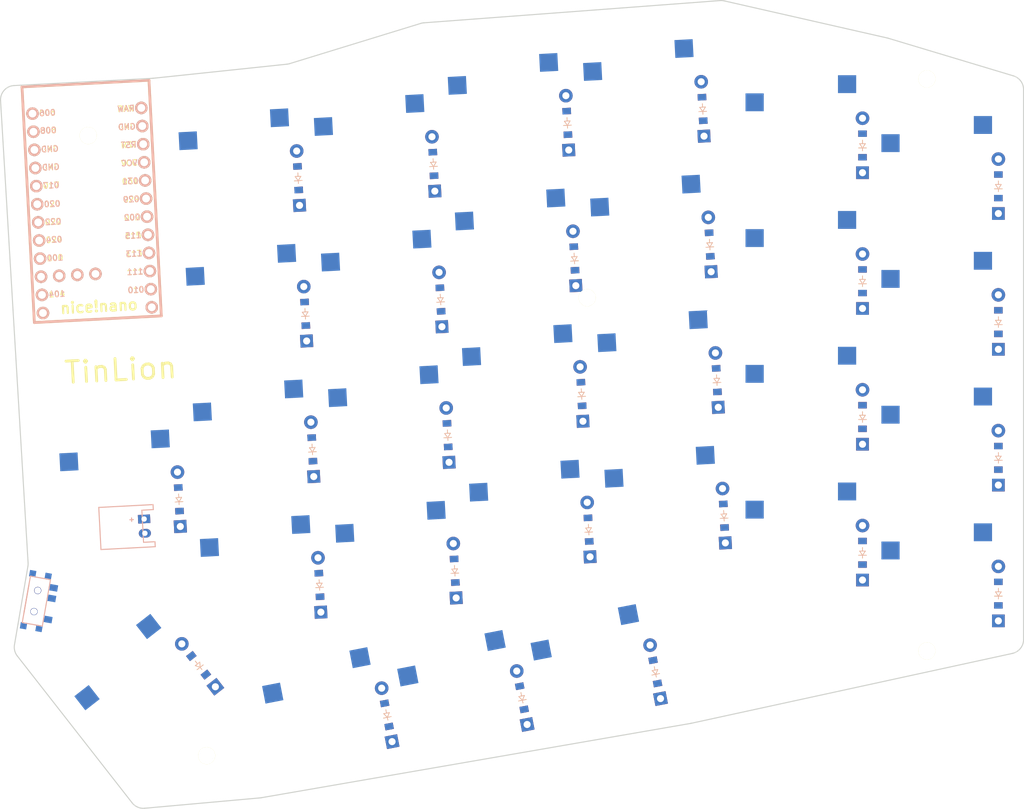
<source format=kicad_pcb>


(kicad_pcb (version 20171130) (host pcbnew 5.1.6)

  (page A3)
  (title_block
    (title "right_board")
    (rev "v1.0.0")
    (company "Unknown")
  )

  (general
    (thickness 1.6)
  )

  (layers
    (0 F.Cu signal)
    (31 B.Cu signal)
    (32 B.Adhes user)
    (33 F.Adhes user)
    (34 B.Paste user)
    (35 F.Paste user)
    (36 B.SilkS user)
    (37 F.SilkS user)
    (38 B.Mask user)
    (39 F.Mask user)
    (40 Dwgs.User user)
    (41 Cmts.User user)
    (42 Eco1.User user)
    (43 Eco2.User user)
    (44 Edge.Cuts user)
    (45 Margin user)
    (46 B.CrtYd user)
    (47 F.CrtYd user)
    (48 B.Fab user)
    (49 F.Fab user)
  )

  (setup
    (last_trace_width 0.25)
    (trace_clearance 0.2)
    (zone_clearance 0.508)
    (zone_45_only no)
    (trace_min 0.2)
    (via_size 0.8)
    (via_drill 0.4)
    (via_min_size 0.4)
    (via_min_drill 0.3)
    (uvia_size 0.3)
    (uvia_drill 0.1)
    (uvias_allowed no)
    (uvia_min_size 0.2)
    (uvia_min_drill 0.1)
    (edge_width 0.05)
    (segment_width 0.2)
    (pcb_text_width 0.3)
    (pcb_text_size 1.5 1.5)
    (mod_edge_width 0.12)
    (mod_text_size 1 1)
    (mod_text_width 0.15)
    (pad_size 1.524 1.524)
    (pad_drill 0.762)
    (pad_to_mask_clearance 0.05)
    (aux_axis_origin 0 0)
    (visible_elements FFFFFF7F)
    (pcbplotparams
      (layerselection 0x010fc_ffffffff)
      (usegerberextensions false)
      (usegerberattributes true)
      (usegerberadvancedattributes true)
      (creategerberjobfile true)
      (excludeedgelayer true)
      (linewidth 0.100000)
      (plotframeref false)
      (viasonmask false)
      (mode 1)
      (useauxorigin false)
      (hpglpennumber 1)
      (hpglpenspeed 20)
      (hpglpendiameter 15.000000)
      (psnegative false)
      (psa4output false)
      (plotreference true)
      (plotvalue true)
      (plotinvisibletext false)
      (padsonsilk false)
      (subtractmaskfromsilk false)
      (outputformat 1)
      (mirror false)
      (drillshape 1)
      (scaleselection 1)
      (outputdirectory ""))
  )

  (net 0 "")
(net 1 "P006")
(net 2 "mirror_function_keys_bottom")
(net 3 "mirror_function_keys_home")
(net 4 "mirror_function_keys_qwerty")
(net 5 "mirror_function_keys_number")
(net 6 "P031")
(net 7 "mirror_one_bottom")
(net 8 "mirror_one_home")
(net 9 "mirror_one_qwerty")
(net 10 "mirror_one_number")
(net 11 "P008")
(net 12 "mirror_two_bottom")
(net 13 "mirror_two_home")
(net 14 "mirror_two_qwerty")
(net 15 "mirror_two_number")
(net 16 "P029")
(net 17 "mirror_three_bottom")
(net 18 "mirror_three_home")
(net 19 "mirror_three_qwerty")
(net 20 "mirror_three_number")
(net 21 "P017")
(net 22 "mirror_four_bottom")
(net 23 "mirror_four_home")
(net 24 "mirror_four_qwerty")
(net 25 "mirror_four_number")
(net 26 "P020")
(net 27 "mirror_five_bottom")
(net 28 "mirror_five_home")
(net 29 "mirror_five_qwerty")
(net 30 "mirror_five_number")
(net 31 "mirror_near_thumb")
(net 32 "mirror_home_thumb")
(net 33 "mirror_far_thumb")
(net 34 "P104")
(net 35 "mirror_space_thumb")
(net 36 "mirror_curly_square")
(net 37 "P111")
(net 38 "P113")
(net 39 "P115")
(net 40 "P002")
(net 41 "P010")
(net 42 "RAW")
(net 43 "GND")
(net 44 "RST")
(net 45 "VCC")
(net 46 "P009")
(net 47 "P022")
(net 48 "P024")
(net 49 "P100")
(net 50 "P011")
(net 51 "P106")
(net 52 "P101")
(net 53 "P102")
(net 54 "P107")
(net 55 "pos")

  (net_class Default "This is the default net class."
    (clearance 0.2)
    (trace_width 0.25)
    (via_dia 0.8)
    (via_drill 0.4)
    (uvia_dia 0.3)
    (uvia_drill 0.1)
    (add_net "")
(add_net "P006")
(add_net "mirror_function_keys_bottom")
(add_net "mirror_function_keys_home")
(add_net "mirror_function_keys_qwerty")
(add_net "mirror_function_keys_number")
(add_net "P031")
(add_net "mirror_one_bottom")
(add_net "mirror_one_home")
(add_net "mirror_one_qwerty")
(add_net "mirror_one_number")
(add_net "P008")
(add_net "mirror_two_bottom")
(add_net "mirror_two_home")
(add_net "mirror_two_qwerty")
(add_net "mirror_two_number")
(add_net "P029")
(add_net "mirror_three_bottom")
(add_net "mirror_three_home")
(add_net "mirror_three_qwerty")
(add_net "mirror_three_number")
(add_net "P017")
(add_net "mirror_four_bottom")
(add_net "mirror_four_home")
(add_net "mirror_four_qwerty")
(add_net "mirror_four_number")
(add_net "P020")
(add_net "mirror_five_bottom")
(add_net "mirror_five_home")
(add_net "mirror_five_qwerty")
(add_net "mirror_five_number")
(add_net "mirror_near_thumb")
(add_net "mirror_home_thumb")
(add_net "mirror_far_thumb")
(add_net "P104")
(add_net "mirror_space_thumb")
(add_net "mirror_curly_square")
(add_net "P111")
(add_net "P113")
(add_net "P115")
(add_net "P002")
(add_net "P010")
(add_net "RAW")
(add_net "GND")
(add_net "RST")
(add_net "VCC")
(add_net "P009")
(add_net "P022")
(add_net "P024")
(add_net "P100")
(add_net "P011")
(add_net "P106")
(add_net "P101")
(add_net "P102")
(add_net "P107")
(add_net "pos")
  )

  
        
      (module MX (layer F.Cu) (tedit 5DD4F656)
      (at 286.2071942 0 0)

      
      (fp_text reference "S1" (at 0 0) (layer F.SilkS) hide (effects (font (size 1.27 1.27) (thickness 0.15))))
      (fp_text value "" (at 0 0) (layer F.SilkS) hide (effects (font (size 1.27 1.27) (thickness 0.15))))

      
      (fp_line (start -7 -6) (end -7 -7) (layer Dwgs.User) (width 0.15))
      (fp_line (start -7 7) (end -6 7) (layer Dwgs.User) (width 0.15))
      (fp_line (start -6 -7) (end -7 -7) (layer Dwgs.User) (width 0.15))
      (fp_line (start -7 7) (end -7 6) (layer Dwgs.User) (width 0.15))
      (fp_line (start 7 6) (end 7 7) (layer Dwgs.User) (width 0.15))
      (fp_line (start 7 -7) (end 6 -7) (layer Dwgs.User) (width 0.15))
      (fp_line (start 6 7) (end 7 7) (layer Dwgs.User) (width 0.15))
      (fp_line (start 7 -7) (end 7 -6) (layer Dwgs.User) (width 0.15))
    
      
      (pad "" np_thru_hole circle (at 0 0) (size 3.9878 3.9878) (drill 3.9878) (layers *.Cu *.Mask))

      
      (pad "" np_thru_hole circle (at 5.08 0) (size 1.7018 1.7018) (drill 1.7018) (layers *.Cu *.Mask))
      (pad "" np_thru_hole circle (at -5.08 0) (size 1.7018 1.7018) (drill 1.7018) (layers *.Cu *.Mask))
      
        
      
      (fp_line (start -9.5 -9.5) (end 9.5 -9.5) (layer Dwgs.User) (width 0.15))
      (fp_line (start 9.5 -9.5) (end 9.5 9.5) (layer Dwgs.User) (width 0.15))
      (fp_line (start 9.5 9.5) (end -9.5 9.5) (layer Dwgs.User) (width 0.15))
      (fp_line (start -9.5 9.5) (end -9.5 -9.5) (layer Dwgs.User) (width 0.15))
      
        
        
        (pad "" np_thru_hole circle (at 2.54 -5.08) (size 3 3) (drill 3) (layers *.Cu *.Mask))
        (pad "" np_thru_hole circle (at -3.81 -2.54) (size 3 3) (drill 3) (layers *.Cu *.Mask))
        
        
        (pad 1 smd rect (at -7.085 -2.54 0) (size 2.55 2.5) (layers B.Cu B.Paste B.Mask) (net 1 "P006"))
        (pad 2 smd rect (at 5.842 -5.08 0) (size 2.55 2.5) (layers B.Cu B.Paste B.Mask) (net 2 "mirror_function_keys_bottom"))
        )
        

        
      (module MX (layer F.Cu) (tedit 5DD4F656)
      (at 286.2071942 -19 0)

      
      (fp_text reference "S2" (at 0 0) (layer F.SilkS) hide (effects (font (size 1.27 1.27) (thickness 0.15))))
      (fp_text value "" (at 0 0) (layer F.SilkS) hide (effects (font (size 1.27 1.27) (thickness 0.15))))

      
      (fp_line (start -7 -6) (end -7 -7) (layer Dwgs.User) (width 0.15))
      (fp_line (start -7 7) (end -6 7) (layer Dwgs.User) (width 0.15))
      (fp_line (start -6 -7) (end -7 -7) (layer Dwgs.User) (width 0.15))
      (fp_line (start -7 7) (end -7 6) (layer Dwgs.User) (width 0.15))
      (fp_line (start 7 6) (end 7 7) (layer Dwgs.User) (width 0.15))
      (fp_line (start 7 -7) (end 6 -7) (layer Dwgs.User) (width 0.15))
      (fp_line (start 6 7) (end 7 7) (layer Dwgs.User) (width 0.15))
      (fp_line (start 7 -7) (end 7 -6) (layer Dwgs.User) (width 0.15))
    
      
      (pad "" np_thru_hole circle (at 0 0) (size 3.9878 3.9878) (drill 3.9878) (layers *.Cu *.Mask))

      
      (pad "" np_thru_hole circle (at 5.08 0) (size 1.7018 1.7018) (drill 1.7018) (layers *.Cu *.Mask))
      (pad "" np_thru_hole circle (at -5.08 0) (size 1.7018 1.7018) (drill 1.7018) (layers *.Cu *.Mask))
      
        
      
      (fp_line (start -9.5 -9.5) (end 9.5 -9.5) (layer Dwgs.User) (width 0.15))
      (fp_line (start 9.5 -9.5) (end 9.5 9.5) (layer Dwgs.User) (width 0.15))
      (fp_line (start 9.5 9.5) (end -9.5 9.5) (layer Dwgs.User) (width 0.15))
      (fp_line (start -9.5 9.5) (end -9.5 -9.5) (layer Dwgs.User) (width 0.15))
      
        
        
        (pad "" np_thru_hole circle (at 2.54 -5.08) (size 3 3) (drill 3) (layers *.Cu *.Mask))
        (pad "" np_thru_hole circle (at -3.81 -2.54) (size 3 3) (drill 3) (layers *.Cu *.Mask))
        
        
        (pad 1 smd rect (at -7.085 -2.54 0) (size 2.55 2.5) (layers B.Cu B.Paste B.Mask) (net 1 "P006"))
        (pad 2 smd rect (at 5.842 -5.08 0) (size 2.55 2.5) (layers B.Cu B.Paste B.Mask) (net 3 "mirror_function_keys_home"))
        )
        

        
      (module MX (layer F.Cu) (tedit 5DD4F656)
      (at 286.2071942 -38 0)

      
      (fp_text reference "S3" (at 0 0) (layer F.SilkS) hide (effects (font (size 1.27 1.27) (thickness 0.15))))
      (fp_text value "" (at 0 0) (layer F.SilkS) hide (effects (font (size 1.27 1.27) (thickness 0.15))))

      
      (fp_line (start -7 -6) (end -7 -7) (layer Dwgs.User) (width 0.15))
      (fp_line (start -7 7) (end -6 7) (layer Dwgs.User) (width 0.15))
      (fp_line (start -6 -7) (end -7 -7) (layer Dwgs.User) (width 0.15))
      (fp_line (start -7 7) (end -7 6) (layer Dwgs.User) (width 0.15))
      (fp_line (start 7 6) (end 7 7) (layer Dwgs.User) (width 0.15))
      (fp_line (start 7 -7) (end 6 -7) (layer Dwgs.User) (width 0.15))
      (fp_line (start 6 7) (end 7 7) (layer Dwgs.User) (width 0.15))
      (fp_line (start 7 -7) (end 7 -6) (layer Dwgs.User) (width 0.15))
    
      
      (pad "" np_thru_hole circle (at 0 0) (size 3.9878 3.9878) (drill 3.9878) (layers *.Cu *.Mask))

      
      (pad "" np_thru_hole circle (at 5.08 0) (size 1.7018 1.7018) (drill 1.7018) (layers *.Cu *.Mask))
      (pad "" np_thru_hole circle (at -5.08 0) (size 1.7018 1.7018) (drill 1.7018) (layers *.Cu *.Mask))
      
        
      
      (fp_line (start -9.5 -9.5) (end 9.5 -9.5) (layer Dwgs.User) (width 0.15))
      (fp_line (start 9.5 -9.5) (end 9.5 9.5) (layer Dwgs.User) (width 0.15))
      (fp_line (start 9.5 9.5) (end -9.5 9.5) (layer Dwgs.User) (width 0.15))
      (fp_line (start -9.5 9.5) (end -9.5 -9.5) (layer Dwgs.User) (width 0.15))
      
        
        
        (pad "" np_thru_hole circle (at 2.54 -5.08) (size 3 3) (drill 3) (layers *.Cu *.Mask))
        (pad "" np_thru_hole circle (at -3.81 -2.54) (size 3 3) (drill 3) (layers *.Cu *.Mask))
        
        
        (pad 1 smd rect (at -7.085 -2.54 0) (size 2.55 2.5) (layers B.Cu B.Paste B.Mask) (net 1 "P006"))
        (pad 2 smd rect (at 5.842 -5.08 0) (size 2.55 2.5) (layers B.Cu B.Paste B.Mask) (net 4 "mirror_function_keys_qwerty"))
        )
        

        
      (module MX (layer F.Cu) (tedit 5DD4F656)
      (at 286.2071942 -57 0)

      
      (fp_text reference "S4" (at 0 0) (layer F.SilkS) hide (effects (font (size 1.27 1.27) (thickness 0.15))))
      (fp_text value "" (at 0 0) (layer F.SilkS) hide (effects (font (size 1.27 1.27) (thickness 0.15))))

      
      (fp_line (start -7 -6) (end -7 -7) (layer Dwgs.User) (width 0.15))
      (fp_line (start -7 7) (end -6 7) (layer Dwgs.User) (width 0.15))
      (fp_line (start -6 -7) (end -7 -7) (layer Dwgs.User) (width 0.15))
      (fp_line (start -7 7) (end -7 6) (layer Dwgs.User) (width 0.15))
      (fp_line (start 7 6) (end 7 7) (layer Dwgs.User) (width 0.15))
      (fp_line (start 7 -7) (end 6 -7) (layer Dwgs.User) (width 0.15))
      (fp_line (start 6 7) (end 7 7) (layer Dwgs.User) (width 0.15))
      (fp_line (start 7 -7) (end 7 -6) (layer Dwgs.User) (width 0.15))
    
      
      (pad "" np_thru_hole circle (at 0 0) (size 3.9878 3.9878) (drill 3.9878) (layers *.Cu *.Mask))

      
      (pad "" np_thru_hole circle (at 5.08 0) (size 1.7018 1.7018) (drill 1.7018) (layers *.Cu *.Mask))
      (pad "" np_thru_hole circle (at -5.08 0) (size 1.7018 1.7018) (drill 1.7018) (layers *.Cu *.Mask))
      
        
      
      (fp_line (start -9.5 -9.5) (end 9.5 -9.5) (layer Dwgs.User) (width 0.15))
      (fp_line (start 9.5 -9.5) (end 9.5 9.5) (layer Dwgs.User) (width 0.15))
      (fp_line (start 9.5 9.5) (end -9.5 9.5) (layer Dwgs.User) (width 0.15))
      (fp_line (start -9.5 9.5) (end -9.5 -9.5) (layer Dwgs.User) (width 0.15))
      
        
        
        (pad "" np_thru_hole circle (at 2.54 -5.08) (size 3 3) (drill 3) (layers *.Cu *.Mask))
        (pad "" np_thru_hole circle (at -3.81 -2.54) (size 3 3) (drill 3) (layers *.Cu *.Mask))
        
        
        (pad 1 smd rect (at -7.085 -2.54 0) (size 2.55 2.5) (layers B.Cu B.Paste B.Mask) (net 1 "P006"))
        (pad 2 smd rect (at 5.842 -5.08 0) (size 2.55 2.5) (layers B.Cu B.Paste B.Mask) (net 5 "mirror_function_keys_number"))
        )
        

        
      (module MX (layer F.Cu) (tedit 5DD4F656)
      (at 267.2071942 -5.715 0)

      
      (fp_text reference "S5" (at 0 0) (layer F.SilkS) hide (effects (font (size 1.27 1.27) (thickness 0.15))))
      (fp_text value "" (at 0 0) (layer F.SilkS) hide (effects (font (size 1.27 1.27) (thickness 0.15))))

      
      (fp_line (start -7 -6) (end -7 -7) (layer Dwgs.User) (width 0.15))
      (fp_line (start -7 7) (end -6 7) (layer Dwgs.User) (width 0.15))
      (fp_line (start -6 -7) (end -7 -7) (layer Dwgs.User) (width 0.15))
      (fp_line (start -7 7) (end -7 6) (layer Dwgs.User) (width 0.15))
      (fp_line (start 7 6) (end 7 7) (layer Dwgs.User) (width 0.15))
      (fp_line (start 7 -7) (end 6 -7) (layer Dwgs.User) (width 0.15))
      (fp_line (start 6 7) (end 7 7) (layer Dwgs.User) (width 0.15))
      (fp_line (start 7 -7) (end 7 -6) (layer Dwgs.User) (width 0.15))
    
      
      (pad "" np_thru_hole circle (at 0 0) (size 3.9878 3.9878) (drill 3.9878) (layers *.Cu *.Mask))

      
      (pad "" np_thru_hole circle (at 5.08 0) (size 1.7018 1.7018) (drill 1.7018) (layers *.Cu *.Mask))
      (pad "" np_thru_hole circle (at -5.08 0) (size 1.7018 1.7018) (drill 1.7018) (layers *.Cu *.Mask))
      
        
      
      (fp_line (start -9.5 -9.5) (end 9.5 -9.5) (layer Dwgs.User) (width 0.15))
      (fp_line (start 9.5 -9.5) (end 9.5 9.5) (layer Dwgs.User) (width 0.15))
      (fp_line (start 9.5 9.5) (end -9.5 9.5) (layer Dwgs.User) (width 0.15))
      (fp_line (start -9.5 9.5) (end -9.5 -9.5) (layer Dwgs.User) (width 0.15))
      
        
        
        (pad "" np_thru_hole circle (at 2.54 -5.08) (size 3 3) (drill 3) (layers *.Cu *.Mask))
        (pad "" np_thru_hole circle (at -3.81 -2.54) (size 3 3) (drill 3) (layers *.Cu *.Mask))
        
        
        (pad 1 smd rect (at -7.085 -2.54 0) (size 2.55 2.5) (layers B.Cu B.Paste B.Mask) (net 6 "P031"))
        (pad 2 smd rect (at 5.842 -5.08 0) (size 2.55 2.5) (layers B.Cu B.Paste B.Mask) (net 7 "mirror_one_bottom"))
        )
        

        
      (module MX (layer F.Cu) (tedit 5DD4F656)
      (at 267.2071942 -24.715 0)

      
      (fp_text reference "S6" (at 0 0) (layer F.SilkS) hide (effects (font (size 1.27 1.27) (thickness 0.15))))
      (fp_text value "" (at 0 0) (layer F.SilkS) hide (effects (font (size 1.27 1.27) (thickness 0.15))))

      
      (fp_line (start -7 -6) (end -7 -7) (layer Dwgs.User) (width 0.15))
      (fp_line (start -7 7) (end -6 7) (layer Dwgs.User) (width 0.15))
      (fp_line (start -6 -7) (end -7 -7) (layer Dwgs.User) (width 0.15))
      (fp_line (start -7 7) (end -7 6) (layer Dwgs.User) (width 0.15))
      (fp_line (start 7 6) (end 7 7) (layer Dwgs.User) (width 0.15))
      (fp_line (start 7 -7) (end 6 -7) (layer Dwgs.User) (width 0.15))
      (fp_line (start 6 7) (end 7 7) (layer Dwgs.User) (width 0.15))
      (fp_line (start 7 -7) (end 7 -6) (layer Dwgs.User) (width 0.15))
    
      
      (pad "" np_thru_hole circle (at 0 0) (size 3.9878 3.9878) (drill 3.9878) (layers *.Cu *.Mask))

      
      (pad "" np_thru_hole circle (at 5.08 0) (size 1.7018 1.7018) (drill 1.7018) (layers *.Cu *.Mask))
      (pad "" np_thru_hole circle (at -5.08 0) (size 1.7018 1.7018) (drill 1.7018) (layers *.Cu *.Mask))
      
        
      
      (fp_line (start -9.5 -9.5) (end 9.5 -9.5) (layer Dwgs.User) (width 0.15))
      (fp_line (start 9.5 -9.5) (end 9.5 9.5) (layer Dwgs.User) (width 0.15))
      (fp_line (start 9.5 9.5) (end -9.5 9.5) (layer Dwgs.User) (width 0.15))
      (fp_line (start -9.5 9.5) (end -9.5 -9.5) (layer Dwgs.User) (width 0.15))
      
        
        
        (pad "" np_thru_hole circle (at 2.54 -5.08) (size 3 3) (drill 3) (layers *.Cu *.Mask))
        (pad "" np_thru_hole circle (at -3.81 -2.54) (size 3 3) (drill 3) (layers *.Cu *.Mask))
        
        
        (pad 1 smd rect (at -7.085 -2.54 0) (size 2.55 2.5) (layers B.Cu B.Paste B.Mask) (net 6 "P031"))
        (pad 2 smd rect (at 5.842 -5.08 0) (size 2.55 2.5) (layers B.Cu B.Paste B.Mask) (net 8 "mirror_one_home"))
        )
        

        
      (module MX (layer F.Cu) (tedit 5DD4F656)
      (at 267.2071942 -43.715 0)

      
      (fp_text reference "S7" (at 0 0) (layer F.SilkS) hide (effects (font (size 1.27 1.27) (thickness 0.15))))
      (fp_text value "" (at 0 0) (layer F.SilkS) hide (effects (font (size 1.27 1.27) (thickness 0.15))))

      
      (fp_line (start -7 -6) (end -7 -7) (layer Dwgs.User) (width 0.15))
      (fp_line (start -7 7) (end -6 7) (layer Dwgs.User) (width 0.15))
      (fp_line (start -6 -7) (end -7 -7) (layer Dwgs.User) (width 0.15))
      (fp_line (start -7 7) (end -7 6) (layer Dwgs.User) (width 0.15))
      (fp_line (start 7 6) (end 7 7) (layer Dwgs.User) (width 0.15))
      (fp_line (start 7 -7) (end 6 -7) (layer Dwgs.User) (width 0.15))
      (fp_line (start 6 7) (end 7 7) (layer Dwgs.User) (width 0.15))
      (fp_line (start 7 -7) (end 7 -6) (layer Dwgs.User) (width 0.15))
    
      
      (pad "" np_thru_hole circle (at 0 0) (size 3.9878 3.9878) (drill 3.9878) (layers *.Cu *.Mask))

      
      (pad "" np_thru_hole circle (at 5.08 0) (size 1.7018 1.7018) (drill 1.7018) (layers *.Cu *.Mask))
      (pad "" np_thru_hole circle (at -5.08 0) (size 1.7018 1.7018) (drill 1.7018) (layers *.Cu *.Mask))
      
        
      
      (fp_line (start -9.5 -9.5) (end 9.5 -9.5) (layer Dwgs.User) (width 0.15))
      (fp_line (start 9.5 -9.5) (end 9.5 9.5) (layer Dwgs.User) (width 0.15))
      (fp_line (start 9.5 9.5) (end -9.5 9.5) (layer Dwgs.User) (width 0.15))
      (fp_line (start -9.5 9.5) (end -9.5 -9.5) (layer Dwgs.User) (width 0.15))
      
        
        
        (pad "" np_thru_hole circle (at 2.54 -5.08) (size 3 3) (drill 3) (layers *.Cu *.Mask))
        (pad "" np_thru_hole circle (at -3.81 -2.54) (size 3 3) (drill 3) (layers *.Cu *.Mask))
        
        
        (pad 1 smd rect (at -7.085 -2.54 0) (size 2.55 2.5) (layers B.Cu B.Paste B.Mask) (net 6 "P031"))
        (pad 2 smd rect (at 5.842 -5.08 0) (size 2.55 2.5) (layers B.Cu B.Paste B.Mask) (net 9 "mirror_one_qwerty"))
        )
        

        
      (module MX (layer F.Cu) (tedit 5DD4F656)
      (at 267.2071942 -62.715 0)

      
      (fp_text reference "S8" (at 0 0) (layer F.SilkS) hide (effects (font (size 1.27 1.27) (thickness 0.15))))
      (fp_text value "" (at 0 0) (layer F.SilkS) hide (effects (font (size 1.27 1.27) (thickness 0.15))))

      
      (fp_line (start -7 -6) (end -7 -7) (layer Dwgs.User) (width 0.15))
      (fp_line (start -7 7) (end -6 7) (layer Dwgs.User) (width 0.15))
      (fp_line (start -6 -7) (end -7 -7) (layer Dwgs.User) (width 0.15))
      (fp_line (start -7 7) (end -7 6) (layer Dwgs.User) (width 0.15))
      (fp_line (start 7 6) (end 7 7) (layer Dwgs.User) (width 0.15))
      (fp_line (start 7 -7) (end 6 -7) (layer Dwgs.User) (width 0.15))
      (fp_line (start 6 7) (end 7 7) (layer Dwgs.User) (width 0.15))
      (fp_line (start 7 -7) (end 7 -6) (layer Dwgs.User) (width 0.15))
    
      
      (pad "" np_thru_hole circle (at 0 0) (size 3.9878 3.9878) (drill 3.9878) (layers *.Cu *.Mask))

      
      (pad "" np_thru_hole circle (at 5.08 0) (size 1.7018 1.7018) (drill 1.7018) (layers *.Cu *.Mask))
      (pad "" np_thru_hole circle (at -5.08 0) (size 1.7018 1.7018) (drill 1.7018) (layers *.Cu *.Mask))
      
        
      
      (fp_line (start -9.5 -9.5) (end 9.5 -9.5) (layer Dwgs.User) (width 0.15))
      (fp_line (start 9.5 -9.5) (end 9.5 9.5) (layer Dwgs.User) (width 0.15))
      (fp_line (start 9.5 9.5) (end -9.5 9.5) (layer Dwgs.User) (width 0.15))
      (fp_line (start -9.5 9.5) (end -9.5 -9.5) (layer Dwgs.User) (width 0.15))
      
        
        
        (pad "" np_thru_hole circle (at 2.54 -5.08) (size 3 3) (drill 3) (layers *.Cu *.Mask))
        (pad "" np_thru_hole circle (at -3.81 -2.54) (size 3 3) (drill 3) (layers *.Cu *.Mask))
        
        
        (pad 1 smd rect (at -7.085 -2.54 0) (size 2.55 2.5) (layers B.Cu B.Paste B.Mask) (net 6 "P031"))
        (pad 2 smd rect (at 5.842 -5.08 0) (size 2.55 2.5) (layers B.Cu B.Paste B.Mask) (net 10 "mirror_one_number"))
        )
        

        
      (module MX (layer F.Cu) (tedit 5DD4F656)
      (at 247.6571942 -10.4775 3)

      
      (fp_text reference "S9" (at 0 0) (layer F.SilkS) hide (effects (font (size 1.27 1.27) (thickness 0.15))))
      (fp_text value "" (at 0 0) (layer F.SilkS) hide (effects (font (size 1.27 1.27) (thickness 0.15))))

      
      (fp_line (start -7 -6) (end -7 -7) (layer Dwgs.User) (width 0.15))
      (fp_line (start -7 7) (end -6 7) (layer Dwgs.User) (width 0.15))
      (fp_line (start -6 -7) (end -7 -7) (layer Dwgs.User) (width 0.15))
      (fp_line (start -7 7) (end -7 6) (layer Dwgs.User) (width 0.15))
      (fp_line (start 7 6) (end 7 7) (layer Dwgs.User) (width 0.15))
      (fp_line (start 7 -7) (end 6 -7) (layer Dwgs.User) (width 0.15))
      (fp_line (start 6 7) (end 7 7) (layer Dwgs.User) (width 0.15))
      (fp_line (start 7 -7) (end 7 -6) (layer Dwgs.User) (width 0.15))
    
      
      (pad "" np_thru_hole circle (at 0 0) (size 3.9878 3.9878) (drill 3.9878) (layers *.Cu *.Mask))

      
      (pad "" np_thru_hole circle (at 5.08 0) (size 1.7018 1.7018) (drill 1.7018) (layers *.Cu *.Mask))
      (pad "" np_thru_hole circle (at -5.08 0) (size 1.7018 1.7018) (drill 1.7018) (layers *.Cu *.Mask))
      
        
      
      (fp_line (start -9.5 -9.5) (end 9.5 -9.5) (layer Dwgs.User) (width 0.15))
      (fp_line (start 9.5 -9.5) (end 9.5 9.5) (layer Dwgs.User) (width 0.15))
      (fp_line (start 9.5 9.5) (end -9.5 9.5) (layer Dwgs.User) (width 0.15))
      (fp_line (start -9.5 9.5) (end -9.5 -9.5) (layer Dwgs.User) (width 0.15))
      
        
        
        (pad "" np_thru_hole circle (at 2.54 -5.08) (size 3 3) (drill 3) (layers *.Cu *.Mask))
        (pad "" np_thru_hole circle (at -3.81 -2.54) (size 3 3) (drill 3) (layers *.Cu *.Mask))
        
        
        (pad 1 smd rect (at -7.085 -2.54 3) (size 2.55 2.5) (layers B.Cu B.Paste B.Mask) (net 11 "P008"))
        (pad 2 smd rect (at 5.842 -5.08 3) (size 2.55 2.5) (layers B.Cu B.Paste B.Mask) (net 12 "mirror_two_bottom"))
        )
        

        
      (module MX (layer F.Cu) (tedit 5DD4F656)
      (at 246.662811 -29.4514612 3)

      
      (fp_text reference "S10" (at 0 0) (layer F.SilkS) hide (effects (font (size 1.27 1.27) (thickness 0.15))))
      (fp_text value "" (at 0 0) (layer F.SilkS) hide (effects (font (size 1.27 1.27) (thickness 0.15))))

      
      (fp_line (start -7 -6) (end -7 -7) (layer Dwgs.User) (width 0.15))
      (fp_line (start -7 7) (end -6 7) (layer Dwgs.User) (width 0.15))
      (fp_line (start -6 -7) (end -7 -7) (layer Dwgs.User) (width 0.15))
      (fp_line (start -7 7) (end -7 6) (layer Dwgs.User) (width 0.15))
      (fp_line (start 7 6) (end 7 7) (layer Dwgs.User) (width 0.15))
      (fp_line (start 7 -7) (end 6 -7) (layer Dwgs.User) (width 0.15))
      (fp_line (start 6 7) (end 7 7) (layer Dwgs.User) (width 0.15))
      (fp_line (start 7 -7) (end 7 -6) (layer Dwgs.User) (width 0.15))
    
      
      (pad "" np_thru_hole circle (at 0 0) (size 3.9878 3.9878) (drill 3.9878) (layers *.Cu *.Mask))

      
      (pad "" np_thru_hole circle (at 5.08 0) (size 1.7018 1.7018) (drill 1.7018) (layers *.Cu *.Mask))
      (pad "" np_thru_hole circle (at -5.08 0) (size 1.7018 1.7018) (drill 1.7018) (layers *.Cu *.Mask))
      
        
      
      (fp_line (start -9.5 -9.5) (end 9.5 -9.5) (layer Dwgs.User) (width 0.15))
      (fp_line (start 9.5 -9.5) (end 9.5 9.5) (layer Dwgs.User) (width 0.15))
      (fp_line (start 9.5 9.5) (end -9.5 9.5) (layer Dwgs.User) (width 0.15))
      (fp_line (start -9.5 9.5) (end -9.5 -9.5) (layer Dwgs.User) (width 0.15))
      
        
        
        (pad "" np_thru_hole circle (at 2.54 -5.08) (size 3 3) (drill 3) (layers *.Cu *.Mask))
        (pad "" np_thru_hole circle (at -3.81 -2.54) (size 3 3) (drill 3) (layers *.Cu *.Mask))
        
        
        (pad 1 smd rect (at -7.085 -2.54 3) (size 2.55 2.5) (layers B.Cu B.Paste B.Mask) (net 11 "P008"))
        (pad 2 smd rect (at 5.842 -5.08 3) (size 2.55 2.5) (layers B.Cu B.Paste B.Mask) (net 13 "mirror_two_home"))
        )
        

        
      (module MX (layer F.Cu) (tedit 5DD4F656)
      (at 245.66842780000002 -48.4254224 3)

      
      (fp_text reference "S11" (at 0 0) (layer F.SilkS) hide (effects (font (size 1.27 1.27) (thickness 0.15))))
      (fp_text value "" (at 0 0) (layer F.SilkS) hide (effects (font (size 1.27 1.27) (thickness 0.15))))

      
      (fp_line (start -7 -6) (end -7 -7) (layer Dwgs.User) (width 0.15))
      (fp_line (start -7 7) (end -6 7) (layer Dwgs.User) (width 0.15))
      (fp_line (start -6 -7) (end -7 -7) (layer Dwgs.User) (width 0.15))
      (fp_line (start -7 7) (end -7 6) (layer Dwgs.User) (width 0.15))
      (fp_line (start 7 6) (end 7 7) (layer Dwgs.User) (width 0.15))
      (fp_line (start 7 -7) (end 6 -7) (layer Dwgs.User) (width 0.15))
      (fp_line (start 6 7) (end 7 7) (layer Dwgs.User) (width 0.15))
      (fp_line (start 7 -7) (end 7 -6) (layer Dwgs.User) (width 0.15))
    
      
      (pad "" np_thru_hole circle (at 0 0) (size 3.9878 3.9878) (drill 3.9878) (layers *.Cu *.Mask))

      
      (pad "" np_thru_hole circle (at 5.08 0) (size 1.7018 1.7018) (drill 1.7018) (layers *.Cu *.Mask))
      (pad "" np_thru_hole circle (at -5.08 0) (size 1.7018 1.7018) (drill 1.7018) (layers *.Cu *.Mask))
      
        
      
      (fp_line (start -9.5 -9.5) (end 9.5 -9.5) (layer Dwgs.User) (width 0.15))
      (fp_line (start 9.5 -9.5) (end 9.5 9.5) (layer Dwgs.User) (width 0.15))
      (fp_line (start 9.5 9.5) (end -9.5 9.5) (layer Dwgs.User) (width 0.15))
      (fp_line (start -9.5 9.5) (end -9.5 -9.5) (layer Dwgs.User) (width 0.15))
      
        
        
        (pad "" np_thru_hole circle (at 2.54 -5.08) (size 3 3) (drill 3) (layers *.Cu *.Mask))
        (pad "" np_thru_hole circle (at -3.81 -2.54) (size 3 3) (drill 3) (layers *.Cu *.Mask))
        
        
        (pad 1 smd rect (at -7.085 -2.54 3) (size 2.55 2.5) (layers B.Cu B.Paste B.Mask) (net 11 "P008"))
        (pad 2 smd rect (at 5.842 -5.08 3) (size 2.55 2.5) (layers B.Cu B.Paste B.Mask) (net 14 "mirror_two_qwerty"))
        )
        

        
      (module MX (layer F.Cu) (tedit 5DD4F656)
      (at 244.6740446 -67.39938360000001 3)

      
      (fp_text reference "S12" (at 0 0) (layer F.SilkS) hide (effects (font (size 1.27 1.27) (thickness 0.15))))
      (fp_text value "" (at 0 0) (layer F.SilkS) hide (effects (font (size 1.27 1.27) (thickness 0.15))))

      
      (fp_line (start -7 -6) (end -7 -7) (layer Dwgs.User) (width 0.15))
      (fp_line (start -7 7) (end -6 7) (layer Dwgs.User) (width 0.15))
      (fp_line (start -6 -7) (end -7 -7) (layer Dwgs.User) (width 0.15))
      (fp_line (start -7 7) (end -7 6) (layer Dwgs.User) (width 0.15))
      (fp_line (start 7 6) (end 7 7) (layer Dwgs.User) (width 0.15))
      (fp_line (start 7 -7) (end 6 -7) (layer Dwgs.User) (width 0.15))
      (fp_line (start 6 7) (end 7 7) (layer Dwgs.User) (width 0.15))
      (fp_line (start 7 -7) (end 7 -6) (layer Dwgs.User) (width 0.15))
    
      
      (pad "" np_thru_hole circle (at 0 0) (size 3.9878 3.9878) (drill 3.9878) (layers *.Cu *.Mask))

      
      (pad "" np_thru_hole circle (at 5.08 0) (size 1.7018 1.7018) (drill 1.7018) (layers *.Cu *.Mask))
      (pad "" np_thru_hole circle (at -5.08 0) (size 1.7018 1.7018) (drill 1.7018) (layers *.Cu *.Mask))
      
        
      
      (fp_line (start -9.5 -9.5) (end 9.5 -9.5) (layer Dwgs.User) (width 0.15))
      (fp_line (start 9.5 -9.5) (end 9.5 9.5) (layer Dwgs.User) (width 0.15))
      (fp_line (start 9.5 9.5) (end -9.5 9.5) (layer Dwgs.User) (width 0.15))
      (fp_line (start -9.5 9.5) (end -9.5 -9.5) (layer Dwgs.User) (width 0.15))
      
        
        
        (pad "" np_thru_hole circle (at 2.54 -5.08) (size 3 3) (drill 3) (layers *.Cu *.Mask))
        (pad "" np_thru_hole circle (at -3.81 -2.54) (size 3 3) (drill 3) (layers *.Cu *.Mask))
        
        
        (pad 1 smd rect (at -7.085 -2.54 3) (size 2.55 2.5) (layers B.Cu B.Paste B.Mask) (net 11 "P008"))
        (pad 2 smd rect (at 5.842 -5.08 3) (size 2.55 2.5) (layers B.Cu B.Paste B.Mask) (net 15 "mirror_two_number"))
        )
        

        
      (module MX (layer F.Cu) (tedit 5DD4F656)
      (at 228.73308300000002 -8.531922199999999 3)

      
      (fp_text reference "S13" (at 0 0) (layer F.SilkS) hide (effects (font (size 1.27 1.27) (thickness 0.15))))
      (fp_text value "" (at 0 0) (layer F.SilkS) hide (effects (font (size 1.27 1.27) (thickness 0.15))))

      
      (fp_line (start -7 -6) (end -7 -7) (layer Dwgs.User) (width 0.15))
      (fp_line (start -7 7) (end -6 7) (layer Dwgs.User) (width 0.15))
      (fp_line (start -6 -7) (end -7 -7) (layer Dwgs.User) (width 0.15))
      (fp_line (start -7 7) (end -7 6) (layer Dwgs.User) (width 0.15))
      (fp_line (start 7 6) (end 7 7) (layer Dwgs.User) (width 0.15))
      (fp_line (start 7 -7) (end 6 -7) (layer Dwgs.User) (width 0.15))
      (fp_line (start 6 7) (end 7 7) (layer Dwgs.User) (width 0.15))
      (fp_line (start 7 -7) (end 7 -6) (layer Dwgs.User) (width 0.15))
    
      
      (pad "" np_thru_hole circle (at 0 0) (size 3.9878 3.9878) (drill 3.9878) (layers *.Cu *.Mask))

      
      (pad "" np_thru_hole circle (at 5.08 0) (size 1.7018 1.7018) (drill 1.7018) (layers *.Cu *.Mask))
      (pad "" np_thru_hole circle (at -5.08 0) (size 1.7018 1.7018) (drill 1.7018) (layers *.Cu *.Mask))
      
        
      
      (fp_line (start -9.5 -9.5) (end 9.5 -9.5) (layer Dwgs.User) (width 0.15))
      (fp_line (start 9.5 -9.5) (end 9.5 9.5) (layer Dwgs.User) (width 0.15))
      (fp_line (start 9.5 9.5) (end -9.5 9.5) (layer Dwgs.User) (width 0.15))
      (fp_line (start -9.5 9.5) (end -9.5 -9.5) (layer Dwgs.User) (width 0.15))
      
        
        
        (pad "" np_thru_hole circle (at 2.54 -5.08) (size 3 3) (drill 3) (layers *.Cu *.Mask))
        (pad "" np_thru_hole circle (at -3.81 -2.54) (size 3 3) (drill 3) (layers *.Cu *.Mask))
        
        
        (pad 1 smd rect (at -7.085 -2.54 3) (size 2.55 2.5) (layers B.Cu B.Paste B.Mask) (net 16 "P029"))
        (pad 2 smd rect (at 5.842 -5.08 3) (size 2.55 2.5) (layers B.Cu B.Paste B.Mask) (net 17 "mirror_three_bottom"))
        )
        

        
      (module MX (layer F.Cu) (tedit 5DD4F656)
      (at 227.7386998 -27.505883400000002 3)

      
      (fp_text reference "S14" (at 0 0) (layer F.SilkS) hide (effects (font (size 1.27 1.27) (thickness 0.15))))
      (fp_text value "" (at 0 0) (layer F.SilkS) hide (effects (font (size 1.27 1.27) (thickness 0.15))))

      
      (fp_line (start -7 -6) (end -7 -7) (layer Dwgs.User) (width 0.15))
      (fp_line (start -7 7) (end -6 7) (layer Dwgs.User) (width 0.15))
      (fp_line (start -6 -7) (end -7 -7) (layer Dwgs.User) (width 0.15))
      (fp_line (start -7 7) (end -7 6) (layer Dwgs.User) (width 0.15))
      (fp_line (start 7 6) (end 7 7) (layer Dwgs.User) (width 0.15))
      (fp_line (start 7 -7) (end 6 -7) (layer Dwgs.User) (width 0.15))
      (fp_line (start 6 7) (end 7 7) (layer Dwgs.User) (width 0.15))
      (fp_line (start 7 -7) (end 7 -6) (layer Dwgs.User) (width 0.15))
    
      
      (pad "" np_thru_hole circle (at 0 0) (size 3.9878 3.9878) (drill 3.9878) (layers *.Cu *.Mask))

      
      (pad "" np_thru_hole circle (at 5.08 0) (size 1.7018 1.7018) (drill 1.7018) (layers *.Cu *.Mask))
      (pad "" np_thru_hole circle (at -5.08 0) (size 1.7018 1.7018) (drill 1.7018) (layers *.Cu *.Mask))
      
        
      
      (fp_line (start -9.5 -9.5) (end 9.5 -9.5) (layer Dwgs.User) (width 0.15))
      (fp_line (start 9.5 -9.5) (end 9.5 9.5) (layer Dwgs.User) (width 0.15))
      (fp_line (start 9.5 9.5) (end -9.5 9.5) (layer Dwgs.User) (width 0.15))
      (fp_line (start -9.5 9.5) (end -9.5 -9.5) (layer Dwgs.User) (width 0.15))
      
        
        
        (pad "" np_thru_hole circle (at 2.54 -5.08) (size 3 3) (drill 3) (layers *.Cu *.Mask))
        (pad "" np_thru_hole circle (at -3.81 -2.54) (size 3 3) (drill 3) (layers *.Cu *.Mask))
        
        
        (pad 1 smd rect (at -7.085 -2.54 3) (size 2.55 2.5) (layers B.Cu B.Paste B.Mask) (net 16 "P029"))
        (pad 2 smd rect (at 5.842 -5.08 3) (size 2.55 2.5) (layers B.Cu B.Paste B.Mask) (net 18 "mirror_three_home"))
        )
        

        
      (module MX (layer F.Cu) (tedit 5DD4F656)
      (at 226.7443166 -46.47984460000001 3)

      
      (fp_text reference "S15" (at 0 0) (layer F.SilkS) hide (effects (font (size 1.27 1.27) (thickness 0.15))))
      (fp_text value "" (at 0 0) (layer F.SilkS) hide (effects (font (size 1.27 1.27) (thickness 0.15))))

      
      (fp_line (start -7 -6) (end -7 -7) (layer Dwgs.User) (width 0.15))
      (fp_line (start -7 7) (end -6 7) (layer Dwgs.User) (width 0.15))
      (fp_line (start -6 -7) (end -7 -7) (layer Dwgs.User) (width 0.15))
      (fp_line (start -7 7) (end -7 6) (layer Dwgs.User) (width 0.15))
      (fp_line (start 7 6) (end 7 7) (layer Dwgs.User) (width 0.15))
      (fp_line (start 7 -7) (end 6 -7) (layer Dwgs.User) (width 0.15))
      (fp_line (start 6 7) (end 7 7) (layer Dwgs.User) (width 0.15))
      (fp_line (start 7 -7) (end 7 -6) (layer Dwgs.User) (width 0.15))
    
      
      (pad "" np_thru_hole circle (at 0 0) (size 3.9878 3.9878) (drill 3.9878) (layers *.Cu *.Mask))

      
      (pad "" np_thru_hole circle (at 5.08 0) (size 1.7018 1.7018) (drill 1.7018) (layers *.Cu *.Mask))
      (pad "" np_thru_hole circle (at -5.08 0) (size 1.7018 1.7018) (drill 1.7018) (layers *.Cu *.Mask))
      
        
      
      (fp_line (start -9.5 -9.5) (end 9.5 -9.5) (layer Dwgs.User) (width 0.15))
      (fp_line (start 9.5 -9.5) (end 9.5 9.5) (layer Dwgs.User) (width 0.15))
      (fp_line (start 9.5 9.5) (end -9.5 9.5) (layer Dwgs.User) (width 0.15))
      (fp_line (start -9.5 9.5) (end -9.5 -9.5) (layer Dwgs.User) (width 0.15))
      
        
        
        (pad "" np_thru_hole circle (at 2.54 -5.08) (size 3 3) (drill 3) (layers *.Cu *.Mask))
        (pad "" np_thru_hole circle (at -3.81 -2.54) (size 3 3) (drill 3) (layers *.Cu *.Mask))
        
        
        (pad 1 smd rect (at -7.085 -2.54 3) (size 2.55 2.5) (layers B.Cu B.Paste B.Mask) (net 16 "P029"))
        (pad 2 smd rect (at 5.842 -5.08 3) (size 2.55 2.5) (layers B.Cu B.Paste B.Mask) (net 19 "mirror_three_qwerty"))
        )
        

        
      (module MX (layer F.Cu) (tedit 5DD4F656)
      (at 225.7499334 -65.45380580000001 3)

      
      (fp_text reference "S16" (at 0 0) (layer F.SilkS) hide (effects (font (size 1.27 1.27) (thickness 0.15))))
      (fp_text value "" (at 0 0) (layer F.SilkS) hide (effects (font (size 1.27 1.27) (thickness 0.15))))

      
      (fp_line (start -7 -6) (end -7 -7) (layer Dwgs.User) (width 0.15))
      (fp_line (start -7 7) (end -6 7) (layer Dwgs.User) (width 0.15))
      (fp_line (start -6 -7) (end -7 -7) (layer Dwgs.User) (width 0.15))
      (fp_line (start -7 7) (end -7 6) (layer Dwgs.User) (width 0.15))
      (fp_line (start 7 6) (end 7 7) (layer Dwgs.User) (width 0.15))
      (fp_line (start 7 -7) (end 6 -7) (layer Dwgs.User) (width 0.15))
      (fp_line (start 6 7) (end 7 7) (layer Dwgs.User) (width 0.15))
      (fp_line (start 7 -7) (end 7 -6) (layer Dwgs.User) (width 0.15))
    
      
      (pad "" np_thru_hole circle (at 0 0) (size 3.9878 3.9878) (drill 3.9878) (layers *.Cu *.Mask))

      
      (pad "" np_thru_hole circle (at 5.08 0) (size 1.7018 1.7018) (drill 1.7018) (layers *.Cu *.Mask))
      (pad "" np_thru_hole circle (at -5.08 0) (size 1.7018 1.7018) (drill 1.7018) (layers *.Cu *.Mask))
      
        
      
      (fp_line (start -9.5 -9.5) (end 9.5 -9.5) (layer Dwgs.User) (width 0.15))
      (fp_line (start 9.5 -9.5) (end 9.5 9.5) (layer Dwgs.User) (width 0.15))
      (fp_line (start 9.5 9.5) (end -9.5 9.5) (layer Dwgs.User) (width 0.15))
      (fp_line (start -9.5 9.5) (end -9.5 -9.5) (layer Dwgs.User) (width 0.15))
      
        
        
        (pad "" np_thru_hole circle (at 2.54 -5.08) (size 3 3) (drill 3) (layers *.Cu *.Mask))
        (pad "" np_thru_hole circle (at -3.81 -2.54) (size 3 3) (drill 3) (layers *.Cu *.Mask))
        
        
        (pad 1 smd rect (at -7.085 -2.54 3) (size 2.55 2.5) (layers B.Cu B.Paste B.Mask) (net 16 "P029"))
        (pad 2 smd rect (at 5.842 -5.08 3) (size 2.55 2.5) (layers B.Cu B.Paste B.Mask) (net 20 "mirror_three_number"))
        )
        

        
      (module MX (layer F.Cu) (tedit 5DD4F656)
      (at 210.00837190000001 -2.7815658999999995 3)

      
      (fp_text reference "S17" (at 0 0) (layer F.SilkS) hide (effects (font (size 1.27 1.27) (thickness 0.15))))
      (fp_text value "" (at 0 0) (layer F.SilkS) hide (effects (font (size 1.27 1.27) (thickness 0.15))))

      
      (fp_line (start -7 -6) (end -7 -7) (layer Dwgs.User) (width 0.15))
      (fp_line (start -7 7) (end -6 7) (layer Dwgs.User) (width 0.15))
      (fp_line (start -6 -7) (end -7 -7) (layer Dwgs.User) (width 0.15))
      (fp_line (start -7 7) (end -7 6) (layer Dwgs.User) (width 0.15))
      (fp_line (start 7 6) (end 7 7) (layer Dwgs.User) (width 0.15))
      (fp_line (start 7 -7) (end 6 -7) (layer Dwgs.User) (width 0.15))
      (fp_line (start 6 7) (end 7 7) (layer Dwgs.User) (width 0.15))
      (fp_line (start 7 -7) (end 7 -6) (layer Dwgs.User) (width 0.15))
    
      
      (pad "" np_thru_hole circle (at 0 0) (size 3.9878 3.9878) (drill 3.9878) (layers *.Cu *.Mask))

      
      (pad "" np_thru_hole circle (at 5.08 0) (size 1.7018 1.7018) (drill 1.7018) (layers *.Cu *.Mask))
      (pad "" np_thru_hole circle (at -5.08 0) (size 1.7018 1.7018) (drill 1.7018) (layers *.Cu *.Mask))
      
        
      
      (fp_line (start -9.5 -9.5) (end 9.5 -9.5) (layer Dwgs.User) (width 0.15))
      (fp_line (start 9.5 -9.5) (end 9.5 9.5) (layer Dwgs.User) (width 0.15))
      (fp_line (start 9.5 9.5) (end -9.5 9.5) (layer Dwgs.User) (width 0.15))
      (fp_line (start -9.5 9.5) (end -9.5 -9.5) (layer Dwgs.User) (width 0.15))
      
        
        
        (pad "" np_thru_hole circle (at 2.54 -5.08) (size 3 3) (drill 3) (layers *.Cu *.Mask))
        (pad "" np_thru_hole circle (at -3.81 -2.54) (size 3 3) (drill 3) (layers *.Cu *.Mask))
        
        
        (pad 1 smd rect (at -7.085 -2.54 3) (size 2.55 2.5) (layers B.Cu B.Paste B.Mask) (net 21 "P017"))
        (pad 2 smd rect (at 5.842 -5.08 3) (size 2.55 2.5) (layers B.Cu B.Paste B.Mask) (net 22 "mirror_four_bottom"))
        )
        

        
      (module MX (layer F.Cu) (tedit 5DD4F656)
      (at 209.01398870000003 -21.755527100000002 3)

      
      (fp_text reference "S18" (at 0 0) (layer F.SilkS) hide (effects (font (size 1.27 1.27) (thickness 0.15))))
      (fp_text value "" (at 0 0) (layer F.SilkS) hide (effects (font (size 1.27 1.27) (thickness 0.15))))

      
      (fp_line (start -7 -6) (end -7 -7) (layer Dwgs.User) (width 0.15))
      (fp_line (start -7 7) (end -6 7) (layer Dwgs.User) (width 0.15))
      (fp_line (start -6 -7) (end -7 -7) (layer Dwgs.User) (width 0.15))
      (fp_line (start -7 7) (end -7 6) (layer Dwgs.User) (width 0.15))
      (fp_line (start 7 6) (end 7 7) (layer Dwgs.User) (width 0.15))
      (fp_line (start 7 -7) (end 6 -7) (layer Dwgs.User) (width 0.15))
      (fp_line (start 6 7) (end 7 7) (layer Dwgs.User) (width 0.15))
      (fp_line (start 7 -7) (end 7 -6) (layer Dwgs.User) (width 0.15))
    
      
      (pad "" np_thru_hole circle (at 0 0) (size 3.9878 3.9878) (drill 3.9878) (layers *.Cu *.Mask))

      
      (pad "" np_thru_hole circle (at 5.08 0) (size 1.7018 1.7018) (drill 1.7018) (layers *.Cu *.Mask))
      (pad "" np_thru_hole circle (at -5.08 0) (size 1.7018 1.7018) (drill 1.7018) (layers *.Cu *.Mask))
      
        
      
      (fp_line (start -9.5 -9.5) (end 9.5 -9.5) (layer Dwgs.User) (width 0.15))
      (fp_line (start 9.5 -9.5) (end 9.5 9.5) (layer Dwgs.User) (width 0.15))
      (fp_line (start 9.5 9.5) (end -9.5 9.5) (layer Dwgs.User) (width 0.15))
      (fp_line (start -9.5 9.5) (end -9.5 -9.5) (layer Dwgs.User) (width 0.15))
      
        
        
        (pad "" np_thru_hole circle (at 2.54 -5.08) (size 3 3) (drill 3) (layers *.Cu *.Mask))
        (pad "" np_thru_hole circle (at -3.81 -2.54) (size 3 3) (drill 3) (layers *.Cu *.Mask))
        
        
        (pad 1 smd rect (at -7.085 -2.54 3) (size 2.55 2.5) (layers B.Cu B.Paste B.Mask) (net 21 "P017"))
        (pad 2 smd rect (at 5.842 -5.08 3) (size 2.55 2.5) (layers B.Cu B.Paste B.Mask) (net 23 "mirror_four_home"))
        )
        

        
      (module MX (layer F.Cu) (tedit 5DD4F656)
      (at 208.0196055 -40.7294883 3)

      
      (fp_text reference "S19" (at 0 0) (layer F.SilkS) hide (effects (font (size 1.27 1.27) (thickness 0.15))))
      (fp_text value "" (at 0 0) (layer F.SilkS) hide (effects (font (size 1.27 1.27) (thickness 0.15))))

      
      (fp_line (start -7 -6) (end -7 -7) (layer Dwgs.User) (width 0.15))
      (fp_line (start -7 7) (end -6 7) (layer Dwgs.User) (width 0.15))
      (fp_line (start -6 -7) (end -7 -7) (layer Dwgs.User) (width 0.15))
      (fp_line (start -7 7) (end -7 6) (layer Dwgs.User) (width 0.15))
      (fp_line (start 7 6) (end 7 7) (layer Dwgs.User) (width 0.15))
      (fp_line (start 7 -7) (end 6 -7) (layer Dwgs.User) (width 0.15))
      (fp_line (start 6 7) (end 7 7) (layer Dwgs.User) (width 0.15))
      (fp_line (start 7 -7) (end 7 -6) (layer Dwgs.User) (width 0.15))
    
      
      (pad "" np_thru_hole circle (at 0 0) (size 3.9878 3.9878) (drill 3.9878) (layers *.Cu *.Mask))

      
      (pad "" np_thru_hole circle (at 5.08 0) (size 1.7018 1.7018) (drill 1.7018) (layers *.Cu *.Mask))
      (pad "" np_thru_hole circle (at -5.08 0) (size 1.7018 1.7018) (drill 1.7018) (layers *.Cu *.Mask))
      
        
      
      (fp_line (start -9.5 -9.5) (end 9.5 -9.5) (layer Dwgs.User) (width 0.15))
      (fp_line (start 9.5 -9.5) (end 9.5 9.5) (layer Dwgs.User) (width 0.15))
      (fp_line (start 9.5 9.5) (end -9.5 9.5) (layer Dwgs.User) (width 0.15))
      (fp_line (start -9.5 9.5) (end -9.5 -9.5) (layer Dwgs.User) (width 0.15))
      
        
        
        (pad "" np_thru_hole circle (at 2.54 -5.08) (size 3 3) (drill 3) (layers *.Cu *.Mask))
        (pad "" np_thru_hole circle (at -3.81 -2.54) (size 3 3) (drill 3) (layers *.Cu *.Mask))
        
        
        (pad 1 smd rect (at -7.085 -2.54 3) (size 2.55 2.5) (layers B.Cu B.Paste B.Mask) (net 21 "P017"))
        (pad 2 smd rect (at 5.842 -5.08 3) (size 2.55 2.5) (layers B.Cu B.Paste B.Mask) (net 24 "mirror_four_qwerty"))
        )
        

        
      (module MX (layer F.Cu) (tedit 5DD4F656)
      (at 207.0252223 -59.703449500000005 3)

      
      (fp_text reference "S20" (at 0 0) (layer F.SilkS) hide (effects (font (size 1.27 1.27) (thickness 0.15))))
      (fp_text value "" (at 0 0) (layer F.SilkS) hide (effects (font (size 1.27 1.27) (thickness 0.15))))

      
      (fp_line (start -7 -6) (end -7 -7) (layer Dwgs.User) (width 0.15))
      (fp_line (start -7 7) (end -6 7) (layer Dwgs.User) (width 0.15))
      (fp_line (start -6 -7) (end -7 -7) (layer Dwgs.User) (width 0.15))
      (fp_line (start -7 7) (end -7 6) (layer Dwgs.User) (width 0.15))
      (fp_line (start 7 6) (end 7 7) (layer Dwgs.User) (width 0.15))
      (fp_line (start 7 -7) (end 6 -7) (layer Dwgs.User) (width 0.15))
      (fp_line (start 6 7) (end 7 7) (layer Dwgs.User) (width 0.15))
      (fp_line (start 7 -7) (end 7 -6) (layer Dwgs.User) (width 0.15))
    
      
      (pad "" np_thru_hole circle (at 0 0) (size 3.9878 3.9878) (drill 3.9878) (layers *.Cu *.Mask))

      
      (pad "" np_thru_hole circle (at 5.08 0) (size 1.7018 1.7018) (drill 1.7018) (layers *.Cu *.Mask))
      (pad "" np_thru_hole circle (at -5.08 0) (size 1.7018 1.7018) (drill 1.7018) (layers *.Cu *.Mask))
      
        
      
      (fp_line (start -9.5 -9.5) (end 9.5 -9.5) (layer Dwgs.User) (width 0.15))
      (fp_line (start 9.5 -9.5) (end 9.5 9.5) (layer Dwgs.User) (width 0.15))
      (fp_line (start 9.5 9.5) (end -9.5 9.5) (layer Dwgs.User) (width 0.15))
      (fp_line (start -9.5 9.5) (end -9.5 -9.5) (layer Dwgs.User) (width 0.15))
      
        
        
        (pad "" np_thru_hole circle (at 2.54 -5.08) (size 3 3) (drill 3) (layers *.Cu *.Mask))
        (pad "" np_thru_hole circle (at -3.81 -2.54) (size 3 3) (drill 3) (layers *.Cu *.Mask))
        
        
        (pad 1 smd rect (at -7.085 -2.54 3) (size 2.55 2.5) (layers B.Cu B.Paste B.Mask) (net 21 "P017"))
        (pad 2 smd rect (at 5.842 -5.08 3) (size 2.55 2.5) (layers B.Cu B.Paste B.Mask) (net 25 "mirror_four_number"))
        )
        

        
      (module MX (layer F.Cu) (tedit 5DD4F656)
      (at 191.0867467 -0.7885531999999991 3)

      
      (fp_text reference "S21" (at 0 0) (layer F.SilkS) hide (effects (font (size 1.27 1.27) (thickness 0.15))))
      (fp_text value "" (at 0 0) (layer F.SilkS) hide (effects (font (size 1.27 1.27) (thickness 0.15))))

      
      (fp_line (start -7 -6) (end -7 -7) (layer Dwgs.User) (width 0.15))
      (fp_line (start -7 7) (end -6 7) (layer Dwgs.User) (width 0.15))
      (fp_line (start -6 -7) (end -7 -7) (layer Dwgs.User) (width 0.15))
      (fp_line (start -7 7) (end -7 6) (layer Dwgs.User) (width 0.15))
      (fp_line (start 7 6) (end 7 7) (layer Dwgs.User) (width 0.15))
      (fp_line (start 7 -7) (end 6 -7) (layer Dwgs.User) (width 0.15))
      (fp_line (start 6 7) (end 7 7) (layer Dwgs.User) (width 0.15))
      (fp_line (start 7 -7) (end 7 -6) (layer Dwgs.User) (width 0.15))
    
      
      (pad "" np_thru_hole circle (at 0 0) (size 3.9878 3.9878) (drill 3.9878) (layers *.Cu *.Mask))

      
      (pad "" np_thru_hole circle (at 5.08 0) (size 1.7018 1.7018) (drill 1.7018) (layers *.Cu *.Mask))
      (pad "" np_thru_hole circle (at -5.08 0) (size 1.7018 1.7018) (drill 1.7018) (layers *.Cu *.Mask))
      
        
      
      (fp_line (start -9.5 -9.5) (end 9.5 -9.5) (layer Dwgs.User) (width 0.15))
      (fp_line (start 9.5 -9.5) (end 9.5 9.5) (layer Dwgs.User) (width 0.15))
      (fp_line (start 9.5 9.5) (end -9.5 9.5) (layer Dwgs.User) (width 0.15))
      (fp_line (start -9.5 9.5) (end -9.5 -9.5) (layer Dwgs.User) (width 0.15))
      
        
        
        (pad "" np_thru_hole circle (at 2.54 -5.08) (size 3 3) (drill 3) (layers *.Cu *.Mask))
        (pad "" np_thru_hole circle (at -3.81 -2.54) (size 3 3) (drill 3) (layers *.Cu *.Mask))
        
        
        (pad 1 smd rect (at -7.085 -2.54 3) (size 2.55 2.5) (layers B.Cu B.Paste B.Mask) (net 26 "P020"))
        (pad 2 smd rect (at 5.842 -5.08 3) (size 2.55 2.5) (layers B.Cu B.Paste B.Mask) (net 27 "mirror_five_bottom"))
        )
        

        
      (module MX (layer F.Cu) (tedit 5DD4F656)
      (at 190.0923635 -19.7625144 3)

      
      (fp_text reference "S22" (at 0 0) (layer F.SilkS) hide (effects (font (size 1.27 1.27) (thickness 0.15))))
      (fp_text value "" (at 0 0) (layer F.SilkS) hide (effects (font (size 1.27 1.27) (thickness 0.15))))

      
      (fp_line (start -7 -6) (end -7 -7) (layer Dwgs.User) (width 0.15))
      (fp_line (start -7 7) (end -6 7) (layer Dwgs.User) (width 0.15))
      (fp_line (start -6 -7) (end -7 -7) (layer Dwgs.User) (width 0.15))
      (fp_line (start -7 7) (end -7 6) (layer Dwgs.User) (width 0.15))
      (fp_line (start 7 6) (end 7 7) (layer Dwgs.User) (width 0.15))
      (fp_line (start 7 -7) (end 6 -7) (layer Dwgs.User) (width 0.15))
      (fp_line (start 6 7) (end 7 7) (layer Dwgs.User) (width 0.15))
      (fp_line (start 7 -7) (end 7 -6) (layer Dwgs.User) (width 0.15))
    
      
      (pad "" np_thru_hole circle (at 0 0) (size 3.9878 3.9878) (drill 3.9878) (layers *.Cu *.Mask))

      
      (pad "" np_thru_hole circle (at 5.08 0) (size 1.7018 1.7018) (drill 1.7018) (layers *.Cu *.Mask))
      (pad "" np_thru_hole circle (at -5.08 0) (size 1.7018 1.7018) (drill 1.7018) (layers *.Cu *.Mask))
      
        
      
      (fp_line (start -9.5 -9.5) (end 9.5 -9.5) (layer Dwgs.User) (width 0.15))
      (fp_line (start 9.5 -9.5) (end 9.5 9.5) (layer Dwgs.User) (width 0.15))
      (fp_line (start 9.5 9.5) (end -9.5 9.5) (layer Dwgs.User) (width 0.15))
      (fp_line (start -9.5 9.5) (end -9.5 -9.5) (layer Dwgs.User) (width 0.15))
      
        
        
        (pad "" np_thru_hole circle (at 2.54 -5.08) (size 3 3) (drill 3) (layers *.Cu *.Mask))
        (pad "" np_thru_hole circle (at -3.81 -2.54) (size 3 3) (drill 3) (layers *.Cu *.Mask))
        
        
        (pad 1 smd rect (at -7.085 -2.54 3) (size 2.55 2.5) (layers B.Cu B.Paste B.Mask) (net 26 "P020"))
        (pad 2 smd rect (at 5.842 -5.08 3) (size 2.55 2.5) (layers B.Cu B.Paste B.Mask) (net 28 "mirror_five_home"))
        )
        

        
      (module MX (layer F.Cu) (tedit 5DD4F656)
      (at 189.09798030000002 -38.736475600000006 3)

      
      (fp_text reference "S23" (at 0 0) (layer F.SilkS) hide (effects (font (size 1.27 1.27) (thickness 0.15))))
      (fp_text value "" (at 0 0) (layer F.SilkS) hide (effects (font (size 1.27 1.27) (thickness 0.15))))

      
      (fp_line (start -7 -6) (end -7 -7) (layer Dwgs.User) (width 0.15))
      (fp_line (start -7 7) (end -6 7) (layer Dwgs.User) (width 0.15))
      (fp_line (start -6 -7) (end -7 -7) (layer Dwgs.User) (width 0.15))
      (fp_line (start -7 7) (end -7 6) (layer Dwgs.User) (width 0.15))
      (fp_line (start 7 6) (end 7 7) (layer Dwgs.User) (width 0.15))
      (fp_line (start 7 -7) (end 6 -7) (layer Dwgs.User) (width 0.15))
      (fp_line (start 6 7) (end 7 7) (layer Dwgs.User) (width 0.15))
      (fp_line (start 7 -7) (end 7 -6) (layer Dwgs.User) (width 0.15))
    
      
      (pad "" np_thru_hole circle (at 0 0) (size 3.9878 3.9878) (drill 3.9878) (layers *.Cu *.Mask))

      
      (pad "" np_thru_hole circle (at 5.08 0) (size 1.7018 1.7018) (drill 1.7018) (layers *.Cu *.Mask))
      (pad "" np_thru_hole circle (at -5.08 0) (size 1.7018 1.7018) (drill 1.7018) (layers *.Cu *.Mask))
      
        
      
      (fp_line (start -9.5 -9.5) (end 9.5 -9.5) (layer Dwgs.User) (width 0.15))
      (fp_line (start 9.5 -9.5) (end 9.5 9.5) (layer Dwgs.User) (width 0.15))
      (fp_line (start 9.5 9.5) (end -9.5 9.5) (layer Dwgs.User) (width 0.15))
      (fp_line (start -9.5 9.5) (end -9.5 -9.5) (layer Dwgs.User) (width 0.15))
      
        
        
        (pad "" np_thru_hole circle (at 2.54 -5.08) (size 3 3) (drill 3) (layers *.Cu *.Mask))
        (pad "" np_thru_hole circle (at -3.81 -2.54) (size 3 3) (drill 3) (layers *.Cu *.Mask))
        
        
        (pad 1 smd rect (at -7.085 -2.54 3) (size 2.55 2.5) (layers B.Cu B.Paste B.Mask) (net 26 "P020"))
        (pad 2 smd rect (at 5.842 -5.08 3) (size 2.55 2.5) (layers B.Cu B.Paste B.Mask) (net 29 "mirror_five_qwerty"))
        )
        

        
      (module MX (layer F.Cu) (tedit 5DD4F656)
      (at 188.1035971 -57.71043680000001 3)

      
      (fp_text reference "S24" (at 0 0) (layer F.SilkS) hide (effects (font (size 1.27 1.27) (thickness 0.15))))
      (fp_text value "" (at 0 0) (layer F.SilkS) hide (effects (font (size 1.27 1.27) (thickness 0.15))))

      
      (fp_line (start -7 -6) (end -7 -7) (layer Dwgs.User) (width 0.15))
      (fp_line (start -7 7) (end -6 7) (layer Dwgs.User) (width 0.15))
      (fp_line (start -6 -7) (end -7 -7) (layer Dwgs.User) (width 0.15))
      (fp_line (start -7 7) (end -7 6) (layer Dwgs.User) (width 0.15))
      (fp_line (start 7 6) (end 7 7) (layer Dwgs.User) (width 0.15))
      (fp_line (start 7 -7) (end 6 -7) (layer Dwgs.User) (width 0.15))
      (fp_line (start 6 7) (end 7 7) (layer Dwgs.User) (width 0.15))
      (fp_line (start 7 -7) (end 7 -6) (layer Dwgs.User) (width 0.15))
    
      
      (pad "" np_thru_hole circle (at 0 0) (size 3.9878 3.9878) (drill 3.9878) (layers *.Cu *.Mask))

      
      (pad "" np_thru_hole circle (at 5.08 0) (size 1.7018 1.7018) (drill 1.7018) (layers *.Cu *.Mask))
      (pad "" np_thru_hole circle (at -5.08 0) (size 1.7018 1.7018) (drill 1.7018) (layers *.Cu *.Mask))
      
        
      
      (fp_line (start -9.5 -9.5) (end 9.5 -9.5) (layer Dwgs.User) (width 0.15))
      (fp_line (start 9.5 -9.5) (end 9.5 9.5) (layer Dwgs.User) (width 0.15))
      (fp_line (start 9.5 9.5) (end -9.5 9.5) (layer Dwgs.User) (width 0.15))
      (fp_line (start -9.5 9.5) (end -9.5 -9.5) (layer Dwgs.User) (width 0.15))
      
        
        
        (pad "" np_thru_hole circle (at 2.54 -5.08) (size 3 3) (drill 3) (layers *.Cu *.Mask))
        (pad "" np_thru_hole circle (at -3.81 -2.54) (size 3 3) (drill 3) (layers *.Cu *.Mask))
        
        
        (pad 1 smd rect (at -7.085 -2.54 3) (size 2.55 2.5) (layers B.Cu B.Paste B.Mask) (net 26 "P020"))
        (pad 2 smd rect (at 5.842 -5.08 3) (size 2.55 2.5) (layers B.Cu B.Paste B.Mask) (net 30 "mirror_five_number"))
        )
        

        
      (module MX (layer F.Cu) (tedit 5DD4F656)
      (at 237.7088693 12.536927500000001 11)

      
      (fp_text reference "S25" (at 0 0) (layer F.SilkS) hide (effects (font (size 1.27 1.27) (thickness 0.15))))
      (fp_text value "" (at 0 0) (layer F.SilkS) hide (effects (font (size 1.27 1.27) (thickness 0.15))))

      
      (fp_line (start -7 -6) (end -7 -7) (layer Dwgs.User) (width 0.15))
      (fp_line (start -7 7) (end -6 7) (layer Dwgs.User) (width 0.15))
      (fp_line (start -6 -7) (end -7 -7) (layer Dwgs.User) (width 0.15))
      (fp_line (start -7 7) (end -7 6) (layer Dwgs.User) (width 0.15))
      (fp_line (start 7 6) (end 7 7) (layer Dwgs.User) (width 0.15))
      (fp_line (start 7 -7) (end 6 -7) (layer Dwgs.User) (width 0.15))
      (fp_line (start 6 7) (end 7 7) (layer Dwgs.User) (width 0.15))
      (fp_line (start 7 -7) (end 7 -6) (layer Dwgs.User) (width 0.15))
    
      
      (pad "" np_thru_hole circle (at 0 0) (size 3.9878 3.9878) (drill 3.9878) (layers *.Cu *.Mask))

      
      (pad "" np_thru_hole circle (at 5.08 0) (size 1.7018 1.7018) (drill 1.7018) (layers *.Cu *.Mask))
      (pad "" np_thru_hole circle (at -5.08 0) (size 1.7018 1.7018) (drill 1.7018) (layers *.Cu *.Mask))
      
        
      
      (fp_line (start -9.5 -9.5) (end 9.5 -9.5) (layer Dwgs.User) (width 0.15))
      (fp_line (start 9.5 -9.5) (end 9.5 9.5) (layer Dwgs.User) (width 0.15))
      (fp_line (start 9.5 9.5) (end -9.5 9.5) (layer Dwgs.User) (width 0.15))
      (fp_line (start -9.5 9.5) (end -9.5 -9.5) (layer Dwgs.User) (width 0.15))
      
        
        
        (pad "" np_thru_hole circle (at 2.54 -5.08) (size 3 3) (drill 3) (layers *.Cu *.Mask))
        (pad "" np_thru_hole circle (at -3.81 -2.54) (size 3 3) (drill 3) (layers *.Cu *.Mask))
        
        
        (pad 1 smd rect (at -7.085 -2.54 11) (size 2.55 2.5) (layers B.Cu B.Paste B.Mask) (net 16 "P029"))
        (pad 2 smd rect (at 5.842 -5.08 11) (size 2.55 2.5) (layers B.Cu B.Paste B.Mask) (net 31 "mirror_near_thumb"))
        )
        

        
      (module MX (layer F.Cu) (tedit 5DD4F656)
      (at 219.0579528 16.1622984 11)

      
      (fp_text reference "S26" (at 0 0) (layer F.SilkS) hide (effects (font (size 1.27 1.27) (thickness 0.15))))
      (fp_text value "" (at 0 0) (layer F.SilkS) hide (effects (font (size 1.27 1.27) (thickness 0.15))))

      
      (fp_line (start -7 -6) (end -7 -7) (layer Dwgs.User) (width 0.15))
      (fp_line (start -7 7) (end -6 7) (layer Dwgs.User) (width 0.15))
      (fp_line (start -6 -7) (end -7 -7) (layer Dwgs.User) (width 0.15))
      (fp_line (start -7 7) (end -7 6) (layer Dwgs.User) (width 0.15))
      (fp_line (start 7 6) (end 7 7) (layer Dwgs.User) (width 0.15))
      (fp_line (start 7 -7) (end 6 -7) (layer Dwgs.User) (width 0.15))
      (fp_line (start 6 7) (end 7 7) (layer Dwgs.User) (width 0.15))
      (fp_line (start 7 -7) (end 7 -6) (layer Dwgs.User) (width 0.15))
    
      
      (pad "" np_thru_hole circle (at 0 0) (size 3.9878 3.9878) (drill 3.9878) (layers *.Cu *.Mask))

      
      (pad "" np_thru_hole circle (at 5.08 0) (size 1.7018 1.7018) (drill 1.7018) (layers *.Cu *.Mask))
      (pad "" np_thru_hole circle (at -5.08 0) (size 1.7018 1.7018) (drill 1.7018) (layers *.Cu *.Mask))
      
        
      
      (fp_line (start -9.5 -9.5) (end 9.5 -9.5) (layer Dwgs.User) (width 0.15))
      (fp_line (start 9.5 -9.5) (end 9.5 9.5) (layer Dwgs.User) (width 0.15))
      (fp_line (start 9.5 9.5) (end -9.5 9.5) (layer Dwgs.User) (width 0.15))
      (fp_line (start -9.5 9.5) (end -9.5 -9.5) (layer Dwgs.User) (width 0.15))
      
        
        
        (pad "" np_thru_hole circle (at 2.54 -5.08) (size 3 3) (drill 3) (layers *.Cu *.Mask))
        (pad "" np_thru_hole circle (at -3.81 -2.54) (size 3 3) (drill 3) (layers *.Cu *.Mask))
        
        
        (pad 1 smd rect (at -7.085 -2.54 11) (size 2.55 2.5) (layers B.Cu B.Paste B.Mask) (net 21 "P017"))
        (pad 2 smd rect (at 5.842 -5.08 11) (size 2.55 2.5) (layers B.Cu B.Paste B.Mask) (net 32 "mirror_home_thumb"))
        )
        

        
      (module MX (layer F.Cu) (tedit 5DD4F656)
      (at 200.1685251 18.560635400000002 11)

      
      (fp_text reference "S27" (at 0 0) (layer F.SilkS) hide (effects (font (size 1.27 1.27) (thickness 0.15))))
      (fp_text value "" (at 0 0) (layer F.SilkS) hide (effects (font (size 1.27 1.27) (thickness 0.15))))

      
      (fp_line (start -7 -6) (end -7 -7) (layer Dwgs.User) (width 0.15))
      (fp_line (start -7 7) (end -6 7) (layer Dwgs.User) (width 0.15))
      (fp_line (start -6 -7) (end -7 -7) (layer Dwgs.User) (width 0.15))
      (fp_line (start -7 7) (end -7 6) (layer Dwgs.User) (width 0.15))
      (fp_line (start 7 6) (end 7 7) (layer Dwgs.User) (width 0.15))
      (fp_line (start 7 -7) (end 6 -7) (layer Dwgs.User) (width 0.15))
      (fp_line (start 6 7) (end 7 7) (layer Dwgs.User) (width 0.15))
      (fp_line (start 7 -7) (end 7 -6) (layer Dwgs.User) (width 0.15))
    
      
      (pad "" np_thru_hole circle (at 0 0) (size 3.9878 3.9878) (drill 3.9878) (layers *.Cu *.Mask))

      
      (pad "" np_thru_hole circle (at 5.08 0) (size 1.7018 1.7018) (drill 1.7018) (layers *.Cu *.Mask))
      (pad "" np_thru_hole circle (at -5.08 0) (size 1.7018 1.7018) (drill 1.7018) (layers *.Cu *.Mask))
      
        
      
      (fp_line (start -9.5 -9.5) (end 9.5 -9.5) (layer Dwgs.User) (width 0.15))
      (fp_line (start 9.5 -9.5) (end 9.5 9.5) (layer Dwgs.User) (width 0.15))
      (fp_line (start 9.5 9.5) (end -9.5 9.5) (layer Dwgs.User) (width 0.15))
      (fp_line (start -9.5 9.5) (end -9.5 -9.5) (layer Dwgs.User) (width 0.15))
      
        
        
        (pad "" np_thru_hole circle (at 2.54 -5.08) (size 3 3) (drill 3) (layers *.Cu *.Mask))
        (pad "" np_thru_hole circle (at -3.81 -2.54) (size 3 3) (drill 3) (layers *.Cu *.Mask))
        
        
        (pad 1 smd rect (at -7.085 -2.54 11) (size 2.55 2.5) (layers B.Cu B.Paste B.Mask) (net 26 "P020"))
        (pad 2 smd rect (at 5.842 -5.08 11) (size 2.55 2.5) (layers B.Cu B.Paste B.Mask) (net 33 "mirror_far_thumb"))
        )
        

        
      (module MX (layer F.Cu) (tedit 5DD4F656)
      (at 173.9026344 15.697737600000002 38)

      
      (fp_text reference "S28" (at 0 0) (layer F.SilkS) hide (effects (font (size 1.27 1.27) (thickness 0.15))))
      (fp_text value "" (at 0 0) (layer F.SilkS) hide (effects (font (size 1.27 1.27) (thickness 0.15))))

      
      (fp_line (start -7 -6) (end -7 -7) (layer Dwgs.User) (width 0.15))
      (fp_line (start -7 7) (end -6 7) (layer Dwgs.User) (width 0.15))
      (fp_line (start -6 -7) (end -7 -7) (layer Dwgs.User) (width 0.15))
      (fp_line (start -7 7) (end -7 6) (layer Dwgs.User) (width 0.15))
      (fp_line (start 7 6) (end 7 7) (layer Dwgs.User) (width 0.15))
      (fp_line (start 7 -7) (end 6 -7) (layer Dwgs.User) (width 0.15))
      (fp_line (start 6 7) (end 7 7) (layer Dwgs.User) (width 0.15))
      (fp_line (start 7 -7) (end 7 -6) (layer Dwgs.User) (width 0.15))
    
      
      (pad "" np_thru_hole circle (at 0 0) (size 3.9878 3.9878) (drill 3.9878) (layers *.Cu *.Mask))

      
      (pad "" np_thru_hole circle (at 5.08 0) (size 1.7018 1.7018) (drill 1.7018) (layers *.Cu *.Mask))
      (pad "" np_thru_hole circle (at -5.08 0) (size 1.7018 1.7018) (drill 1.7018) (layers *.Cu *.Mask))
      
        
      
      (fp_line (start -9.5 -9.5) (end 9.5 -9.5) (layer Dwgs.User) (width 0.15))
      (fp_line (start 9.5 -9.5) (end 9.5 9.5) (layer Dwgs.User) (width 0.15))
      (fp_line (start 9.5 9.5) (end -9.5 9.5) (layer Dwgs.User) (width 0.15))
      (fp_line (start -9.5 9.5) (end -9.5 -9.5) (layer Dwgs.User) (width 0.15))
      
        
        
        (pad "" np_thru_hole circle (at 2.54 -5.08) (size 3 3) (drill 3) (layers *.Cu *.Mask))
        (pad "" np_thru_hole circle (at -3.81 -2.54) (size 3 3) (drill 3) (layers *.Cu *.Mask))
        
        
        (pad 1 smd rect (at -7.085 -2.54 38) (size 2.55 2.5) (layers B.Cu B.Paste B.Mask) (net 34 "P104"))
        (pad 2 smd rect (at 5.842 -5.08 38) (size 2.55 2.5) (layers B.Cu B.Paste B.Mask) (net 35 "mirror_space_thumb"))
        )
        

        
      (module MX (layer F.Cu) (tedit 5DD4F656)
      (at 171.4324181 -12.776354000000001 3)

      
      (fp_text reference "S29" (at 0 0) (layer F.SilkS) hide (effects (font (size 1.27 1.27) (thickness 0.15))))
      (fp_text value "" (at 0 0) (layer F.SilkS) hide (effects (font (size 1.27 1.27) (thickness 0.15))))

      
      (fp_line (start -7 -6) (end -7 -7) (layer Dwgs.User) (width 0.15))
      (fp_line (start -7 7) (end -6 7) (layer Dwgs.User) (width 0.15))
      (fp_line (start -6 -7) (end -7 -7) (layer Dwgs.User) (width 0.15))
      (fp_line (start -7 7) (end -7 6) (layer Dwgs.User) (width 0.15))
      (fp_line (start 7 6) (end 7 7) (layer Dwgs.User) (width 0.15))
      (fp_line (start 7 -7) (end 6 -7) (layer Dwgs.User) (width 0.15))
      (fp_line (start 6 7) (end 7 7) (layer Dwgs.User) (width 0.15))
      (fp_line (start 7 -7) (end 7 -6) (layer Dwgs.User) (width 0.15))
    
      
      (pad "" np_thru_hole circle (at 0 0) (size 3.9878 3.9878) (drill 3.9878) (layers *.Cu *.Mask))

      
      (pad "" np_thru_hole circle (at 5.08 0) (size 1.7018 1.7018) (drill 1.7018) (layers *.Cu *.Mask))
      (pad "" np_thru_hole circle (at -5.08 0) (size 1.7018 1.7018) (drill 1.7018) (layers *.Cu *.Mask))
      
        
      
      (fp_line (start -9.5 -9.5) (end 9.5 -9.5) (layer Dwgs.User) (width 0.15))
      (fp_line (start 9.5 -9.5) (end 9.5 9.5) (layer Dwgs.User) (width 0.15))
      (fp_line (start 9.5 9.5) (end -9.5 9.5) (layer Dwgs.User) (width 0.15))
      (fp_line (start -9.5 9.5) (end -9.5 -9.5) (layer Dwgs.User) (width 0.15))
      
        
        
        (pad "" np_thru_hole circle (at 2.54 -5.08) (size 3 3) (drill 3) (layers *.Cu *.Mask))
        (pad "" np_thru_hole circle (at -3.81 -2.54) (size 3 3) (drill 3) (layers *.Cu *.Mask))
        
        
        (pad 1 smd rect (at -7.085 -2.54 3) (size 2.55 2.5) (layers B.Cu B.Paste B.Mask) (net 34 "P104"))
        (pad 2 smd rect (at 5.842 -5.08 3) (size 2.55 2.5) (layers B.Cu B.Paste B.Mask) (net 36 "mirror_curly_square"))
        )
        

  
    (module ComboDiode (layer F.Cu) (tedit 5B24D78E)


        (at 294.2071942 3.5 90)

        
        (fp_text reference "D1" (at 0 0) (layer F.SilkS) hide (effects (font (size 1.27 1.27) (thickness 0.15))))
        (fp_text value "" (at 0 0) (layer F.SilkS) hide (effects (font (size 1.27 1.27) (thickness 0.15))))
        
        
        (fp_line (start 0.25 0) (end 0.75 0) (layer F.SilkS) (width 0.1))
        (fp_line (start 0.25 0.4) (end -0.35 0) (layer F.SilkS) (width 0.1))
        (fp_line (start 0.25 -0.4) (end 0.25 0.4) (layer F.SilkS) (width 0.1))
        (fp_line (start -0.35 0) (end 0.25 -0.4) (layer F.SilkS) (width 0.1))
        (fp_line (start -0.35 0) (end -0.35 0.55) (layer F.SilkS) (width 0.1))
        (fp_line (start -0.35 0) (end -0.35 -0.55) (layer F.SilkS) (width 0.1))
        (fp_line (start -0.75 0) (end -0.35 0) (layer F.SilkS) (width 0.1))
        (fp_line (start 0.25 0) (end 0.75 0) (layer B.SilkS) (width 0.1))
        (fp_line (start 0.25 0.4) (end -0.35 0) (layer B.SilkS) (width 0.1))
        (fp_line (start 0.25 -0.4) (end 0.25 0.4) (layer B.SilkS) (width 0.1))
        (fp_line (start -0.35 0) (end 0.25 -0.4) (layer B.SilkS) (width 0.1))
        (fp_line (start -0.35 0) (end -0.35 0.55) (layer B.SilkS) (width 0.1))
        (fp_line (start -0.35 0) (end -0.35 -0.55) (layer B.SilkS) (width 0.1))
        (fp_line (start -0.75 0) (end -0.35 0) (layer B.SilkS) (width 0.1))
    
        
        (pad 1 smd rect (at -1.65 0 90) (size 0.9 1.2) (layers F.Cu F.Paste F.Mask) (net 37 "P111"))
        (pad 2 smd rect (at 1.65 0 90) (size 0.9 1.2) (layers B.Cu B.Paste B.Mask) (net 2 "mirror_function_keys_bottom"))
        (pad 1 smd rect (at -1.65 0 90) (size 0.9 1.2) (layers B.Cu B.Paste B.Mask) (net 37 "P111"))
        (pad 2 smd rect (at 1.65 0 90) (size 0.9 1.2) (layers F.Cu F.Paste F.Mask) (net 2 "mirror_function_keys_bottom"))
        
        
        (pad 1 thru_hole rect (at -3.81 0 90) (size 1.778 1.778) (drill 0.9906) (layers *.Cu *.Mask) (net 37 "P111"))
        (pad 2 thru_hole circle (at 3.81 0 90) (size 1.905 1.905) (drill 0.9906) (layers *.Cu *.Mask) (net 2 "mirror_function_keys_bottom"))
    )
  
    

  
    (module ComboDiode (layer F.Cu) (tedit 5B24D78E)


        (at 294.2071942 -15.5 90)

        
        (fp_text reference "D2" (at 0 0) (layer F.SilkS) hide (effects (font (size 1.27 1.27) (thickness 0.15))))
        (fp_text value "" (at 0 0) (layer F.SilkS) hide (effects (font (size 1.27 1.27) (thickness 0.15))))
        
        
        (fp_line (start 0.25 0) (end 0.75 0) (layer F.SilkS) (width 0.1))
        (fp_line (start 0.25 0.4) (end -0.35 0) (layer F.SilkS) (width 0.1))
        (fp_line (start 0.25 -0.4) (end 0.25 0.4) (layer F.SilkS) (width 0.1))
        (fp_line (start -0.35 0) (end 0.25 -0.4) (layer F.SilkS) (width 0.1))
        (fp_line (start -0.35 0) (end -0.35 0.55) (layer F.SilkS) (width 0.1))
        (fp_line (start -0.35 0) (end -0.35 -0.55) (layer F.SilkS) (width 0.1))
        (fp_line (start -0.75 0) (end -0.35 0) (layer F.SilkS) (width 0.1))
        (fp_line (start 0.25 0) (end 0.75 0) (layer B.SilkS) (width 0.1))
        (fp_line (start 0.25 0.4) (end -0.35 0) (layer B.SilkS) (width 0.1))
        (fp_line (start 0.25 -0.4) (end 0.25 0.4) (layer B.SilkS) (width 0.1))
        (fp_line (start -0.35 0) (end 0.25 -0.4) (layer B.SilkS) (width 0.1))
        (fp_line (start -0.35 0) (end -0.35 0.55) (layer B.SilkS) (width 0.1))
        (fp_line (start -0.35 0) (end -0.35 -0.55) (layer B.SilkS) (width 0.1))
        (fp_line (start -0.75 0) (end -0.35 0) (layer B.SilkS) (width 0.1))
    
        
        (pad 1 smd rect (at -1.65 0 90) (size 0.9 1.2) (layers F.Cu F.Paste F.Mask) (net 38 "P113"))
        (pad 2 smd rect (at 1.65 0 90) (size 0.9 1.2) (layers B.Cu B.Paste B.Mask) (net 3 "mirror_function_keys_home"))
        (pad 1 smd rect (at -1.65 0 90) (size 0.9 1.2) (layers B.Cu B.Paste B.Mask) (net 38 "P113"))
        (pad 2 smd rect (at 1.65 0 90) (size 0.9 1.2) (layers F.Cu F.Paste F.Mask) (net 3 "mirror_function_keys_home"))
        
        
        (pad 1 thru_hole rect (at -3.81 0 90) (size 1.778 1.778) (drill 0.9906) (layers *.Cu *.Mask) (net 38 "P113"))
        (pad 2 thru_hole circle (at 3.81 0 90) (size 1.905 1.905) (drill 0.9906) (layers *.Cu *.Mask) (net 3 "mirror_function_keys_home"))
    )
  
    

  
    (module ComboDiode (layer F.Cu) (tedit 5B24D78E)


        (at 294.2071942 -34.5 90)

        
        (fp_text reference "D3" (at 0 0) (layer F.SilkS) hide (effects (font (size 1.27 1.27) (thickness 0.15))))
        (fp_text value "" (at 0 0) (layer F.SilkS) hide (effects (font (size 1.27 1.27) (thickness 0.15))))
        
        
        (fp_line (start 0.25 0) (end 0.75 0) (layer F.SilkS) (width 0.1))
        (fp_line (start 0.25 0.4) (end -0.35 0) (layer F.SilkS) (width 0.1))
        (fp_line (start 0.25 -0.4) (end 0.25 0.4) (layer F.SilkS) (width 0.1))
        (fp_line (start -0.35 0) (end 0.25 -0.4) (layer F.SilkS) (width 0.1))
        (fp_line (start -0.35 0) (end -0.35 0.55) (layer F.SilkS) (width 0.1))
        (fp_line (start -0.35 0) (end -0.35 -0.55) (layer F.SilkS) (width 0.1))
        (fp_line (start -0.75 0) (end -0.35 0) (layer F.SilkS) (width 0.1))
        (fp_line (start 0.25 0) (end 0.75 0) (layer B.SilkS) (width 0.1))
        (fp_line (start 0.25 0.4) (end -0.35 0) (layer B.SilkS) (width 0.1))
        (fp_line (start 0.25 -0.4) (end 0.25 0.4) (layer B.SilkS) (width 0.1))
        (fp_line (start -0.35 0) (end 0.25 -0.4) (layer B.SilkS) (width 0.1))
        (fp_line (start -0.35 0) (end -0.35 0.55) (layer B.SilkS) (width 0.1))
        (fp_line (start -0.35 0) (end -0.35 -0.55) (layer B.SilkS) (width 0.1))
        (fp_line (start -0.75 0) (end -0.35 0) (layer B.SilkS) (width 0.1))
    
        
        (pad 1 smd rect (at -1.65 0 90) (size 0.9 1.2) (layers F.Cu F.Paste F.Mask) (net 39 "P115"))
        (pad 2 smd rect (at 1.65 0 90) (size 0.9 1.2) (layers B.Cu B.Paste B.Mask) (net 4 "mirror_function_keys_qwerty"))
        (pad 1 smd rect (at -1.65 0 90) (size 0.9 1.2) (layers B.Cu B.Paste B.Mask) (net 39 "P115"))
        (pad 2 smd rect (at 1.65 0 90) (size 0.9 1.2) (layers F.Cu F.Paste F.Mask) (net 4 "mirror_function_keys_qwerty"))
        
        
        (pad 1 thru_hole rect (at -3.81 0 90) (size 1.778 1.778) (drill 0.9906) (layers *.Cu *.Mask) (net 39 "P115"))
        (pad 2 thru_hole circle (at 3.81 0 90) (size 1.905 1.905) (drill 0.9906) (layers *.Cu *.Mask) (net 4 "mirror_function_keys_qwerty"))
    )
  
    

  
    (module ComboDiode (layer F.Cu) (tedit 5B24D78E)


        (at 294.2071942 -53.5 90)

        
        (fp_text reference "D4" (at 0 0) (layer F.SilkS) hide (effects (font (size 1.27 1.27) (thickness 0.15))))
        (fp_text value "" (at 0 0) (layer F.SilkS) hide (effects (font (size 1.27 1.27) (thickness 0.15))))
        
        
        (fp_line (start 0.25 0) (end 0.75 0) (layer F.SilkS) (width 0.1))
        (fp_line (start 0.25 0.4) (end -0.35 0) (layer F.SilkS) (width 0.1))
        (fp_line (start 0.25 -0.4) (end 0.25 0.4) (layer F.SilkS) (width 0.1))
        (fp_line (start -0.35 0) (end 0.25 -0.4) (layer F.SilkS) (width 0.1))
        (fp_line (start -0.35 0) (end -0.35 0.55) (layer F.SilkS) (width 0.1))
        (fp_line (start -0.35 0) (end -0.35 -0.55) (layer F.SilkS) (width 0.1))
        (fp_line (start -0.75 0) (end -0.35 0) (layer F.SilkS) (width 0.1))
        (fp_line (start 0.25 0) (end 0.75 0) (layer B.SilkS) (width 0.1))
        (fp_line (start 0.25 0.4) (end -0.35 0) (layer B.SilkS) (width 0.1))
        (fp_line (start 0.25 -0.4) (end 0.25 0.4) (layer B.SilkS) (width 0.1))
        (fp_line (start -0.35 0) (end 0.25 -0.4) (layer B.SilkS) (width 0.1))
        (fp_line (start -0.35 0) (end -0.35 0.55) (layer B.SilkS) (width 0.1))
        (fp_line (start -0.35 0) (end -0.35 -0.55) (layer B.SilkS) (width 0.1))
        (fp_line (start -0.75 0) (end -0.35 0) (layer B.SilkS) (width 0.1))
    
        
        (pad 1 smd rect (at -1.65 0 90) (size 0.9 1.2) (layers F.Cu F.Paste F.Mask) (net 40 "P002"))
        (pad 2 smd rect (at 1.65 0 90) (size 0.9 1.2) (layers B.Cu B.Paste B.Mask) (net 5 "mirror_function_keys_number"))
        (pad 1 smd rect (at -1.65 0 90) (size 0.9 1.2) (layers B.Cu B.Paste B.Mask) (net 40 "P002"))
        (pad 2 smd rect (at 1.65 0 90) (size 0.9 1.2) (layers F.Cu F.Paste F.Mask) (net 5 "mirror_function_keys_number"))
        
        
        (pad 1 thru_hole rect (at -3.81 0 90) (size 1.778 1.778) (drill 0.9906) (layers *.Cu *.Mask) (net 40 "P002"))
        (pad 2 thru_hole circle (at 3.81 0 90) (size 1.905 1.905) (drill 0.9906) (layers *.Cu *.Mask) (net 5 "mirror_function_keys_number"))
    )
  
    

  
    (module ComboDiode (layer F.Cu) (tedit 5B24D78E)


        (at 275.2071942 -2.215 90)

        
        (fp_text reference "D5" (at 0 0) (layer F.SilkS) hide (effects (font (size 1.27 1.27) (thickness 0.15))))
        (fp_text value "" (at 0 0) (layer F.SilkS) hide (effects (font (size 1.27 1.27) (thickness 0.15))))
        
        
        (fp_line (start 0.25 0) (end 0.75 0) (layer F.SilkS) (width 0.1))
        (fp_line (start 0.25 0.4) (end -0.35 0) (layer F.SilkS) (width 0.1))
        (fp_line (start 0.25 -0.4) (end 0.25 0.4) (layer F.SilkS) (width 0.1))
        (fp_line (start -0.35 0) (end 0.25 -0.4) (layer F.SilkS) (width 0.1))
        (fp_line (start -0.35 0) (end -0.35 0.55) (layer F.SilkS) (width 0.1))
        (fp_line (start -0.35 0) (end -0.35 -0.55) (layer F.SilkS) (width 0.1))
        (fp_line (start -0.75 0) (end -0.35 0) (layer F.SilkS) (width 0.1))
        (fp_line (start 0.25 0) (end 0.75 0) (layer B.SilkS) (width 0.1))
        (fp_line (start 0.25 0.4) (end -0.35 0) (layer B.SilkS) (width 0.1))
        (fp_line (start 0.25 -0.4) (end 0.25 0.4) (layer B.SilkS) (width 0.1))
        (fp_line (start -0.35 0) (end 0.25 -0.4) (layer B.SilkS) (width 0.1))
        (fp_line (start -0.35 0) (end -0.35 0.55) (layer B.SilkS) (width 0.1))
        (fp_line (start -0.35 0) (end -0.35 -0.55) (layer B.SilkS) (width 0.1))
        (fp_line (start -0.75 0) (end -0.35 0) (layer B.SilkS) (width 0.1))
    
        
        (pad 1 smd rect (at -1.65 0 90) (size 0.9 1.2) (layers F.Cu F.Paste F.Mask) (net 37 "P111"))
        (pad 2 smd rect (at 1.65 0 90) (size 0.9 1.2) (layers B.Cu B.Paste B.Mask) (net 7 "mirror_one_bottom"))
        (pad 1 smd rect (at -1.65 0 90) (size 0.9 1.2) (layers B.Cu B.Paste B.Mask) (net 37 "P111"))
        (pad 2 smd rect (at 1.65 0 90) (size 0.9 1.2) (layers F.Cu F.Paste F.Mask) (net 7 "mirror_one_bottom"))
        
        
        (pad 1 thru_hole rect (at -3.81 0 90) (size 1.778 1.778) (drill 0.9906) (layers *.Cu *.Mask) (net 37 "P111"))
        (pad 2 thru_hole circle (at 3.81 0 90) (size 1.905 1.905) (drill 0.9906) (layers *.Cu *.Mask) (net 7 "mirror_one_bottom"))
    )
  
    

  
    (module ComboDiode (layer F.Cu) (tedit 5B24D78E)


        (at 275.2071942 -21.215 90)

        
        (fp_text reference "D6" (at 0 0) (layer F.SilkS) hide (effects (font (size 1.27 1.27) (thickness 0.15))))
        (fp_text value "" (at 0 0) (layer F.SilkS) hide (effects (font (size 1.27 1.27) (thickness 0.15))))
        
        
        (fp_line (start 0.25 0) (end 0.75 0) (layer F.SilkS) (width 0.1))
        (fp_line (start 0.25 0.4) (end -0.35 0) (layer F.SilkS) (width 0.1))
        (fp_line (start 0.25 -0.4) (end 0.25 0.4) (layer F.SilkS) (width 0.1))
        (fp_line (start -0.35 0) (end 0.25 -0.4) (layer F.SilkS) (width 0.1))
        (fp_line (start -0.35 0) (end -0.35 0.55) (layer F.SilkS) (width 0.1))
        (fp_line (start -0.35 0) (end -0.35 -0.55) (layer F.SilkS) (width 0.1))
        (fp_line (start -0.75 0) (end -0.35 0) (layer F.SilkS) (width 0.1))
        (fp_line (start 0.25 0) (end 0.75 0) (layer B.SilkS) (width 0.1))
        (fp_line (start 0.25 0.4) (end -0.35 0) (layer B.SilkS) (width 0.1))
        (fp_line (start 0.25 -0.4) (end 0.25 0.4) (layer B.SilkS) (width 0.1))
        (fp_line (start -0.35 0) (end 0.25 -0.4) (layer B.SilkS) (width 0.1))
        (fp_line (start -0.35 0) (end -0.35 0.55) (layer B.SilkS) (width 0.1))
        (fp_line (start -0.35 0) (end -0.35 -0.55) (layer B.SilkS) (width 0.1))
        (fp_line (start -0.75 0) (end -0.35 0) (layer B.SilkS) (width 0.1))
    
        
        (pad 1 smd rect (at -1.65 0 90) (size 0.9 1.2) (layers F.Cu F.Paste F.Mask) (net 38 "P113"))
        (pad 2 smd rect (at 1.65 0 90) (size 0.9 1.2) (layers B.Cu B.Paste B.Mask) (net 8 "mirror_one_home"))
        (pad 1 smd rect (at -1.65 0 90) (size 0.9 1.2) (layers B.Cu B.Paste B.Mask) (net 38 "P113"))
        (pad 2 smd rect (at 1.65 0 90) (size 0.9 1.2) (layers F.Cu F.Paste F.Mask) (net 8 "mirror_one_home"))
        
        
        (pad 1 thru_hole rect (at -3.81 0 90) (size 1.778 1.778) (drill 0.9906) (layers *.Cu *.Mask) (net 38 "P113"))
        (pad 2 thru_hole circle (at 3.81 0 90) (size 1.905 1.905) (drill 0.9906) (layers *.Cu *.Mask) (net 8 "mirror_one_home"))
    )
  
    

  
    (module ComboDiode (layer F.Cu) (tedit 5B24D78E)


        (at 275.2071942 -40.215 90)

        
        (fp_text reference "D7" (at 0 0) (layer F.SilkS) hide (effects (font (size 1.27 1.27) (thickness 0.15))))
        (fp_text value "" (at 0 0) (layer F.SilkS) hide (effects (font (size 1.27 1.27) (thickness 0.15))))
        
        
        (fp_line (start 0.25 0) (end 0.75 0) (layer F.SilkS) (width 0.1))
        (fp_line (start 0.25 0.4) (end -0.35 0) (layer F.SilkS) (width 0.1))
        (fp_line (start 0.25 -0.4) (end 0.25 0.4) (layer F.SilkS) (width 0.1))
        (fp_line (start -0.35 0) (end 0.25 -0.4) (layer F.SilkS) (width 0.1))
        (fp_line (start -0.35 0) (end -0.35 0.55) (layer F.SilkS) (width 0.1))
        (fp_line (start -0.35 0) (end -0.35 -0.55) (layer F.SilkS) (width 0.1))
        (fp_line (start -0.75 0) (end -0.35 0) (layer F.SilkS) (width 0.1))
        (fp_line (start 0.25 0) (end 0.75 0) (layer B.SilkS) (width 0.1))
        (fp_line (start 0.25 0.4) (end -0.35 0) (layer B.SilkS) (width 0.1))
        (fp_line (start 0.25 -0.4) (end 0.25 0.4) (layer B.SilkS) (width 0.1))
        (fp_line (start -0.35 0) (end 0.25 -0.4) (layer B.SilkS) (width 0.1))
        (fp_line (start -0.35 0) (end -0.35 0.55) (layer B.SilkS) (width 0.1))
        (fp_line (start -0.35 0) (end -0.35 -0.55) (layer B.SilkS) (width 0.1))
        (fp_line (start -0.75 0) (end -0.35 0) (layer B.SilkS) (width 0.1))
    
        
        (pad 1 smd rect (at -1.65 0 90) (size 0.9 1.2) (layers F.Cu F.Paste F.Mask) (net 39 "P115"))
        (pad 2 smd rect (at 1.65 0 90) (size 0.9 1.2) (layers B.Cu B.Paste B.Mask) (net 9 "mirror_one_qwerty"))
        (pad 1 smd rect (at -1.65 0 90) (size 0.9 1.2) (layers B.Cu B.Paste B.Mask) (net 39 "P115"))
        (pad 2 smd rect (at 1.65 0 90) (size 0.9 1.2) (layers F.Cu F.Paste F.Mask) (net 9 "mirror_one_qwerty"))
        
        
        (pad 1 thru_hole rect (at -3.81 0 90) (size 1.778 1.778) (drill 0.9906) (layers *.Cu *.Mask) (net 39 "P115"))
        (pad 2 thru_hole circle (at 3.81 0 90) (size 1.905 1.905) (drill 0.9906) (layers *.Cu *.Mask) (net 9 "mirror_one_qwerty"))
    )
  
    

  
    (module ComboDiode (layer F.Cu) (tedit 5B24D78E)


        (at 275.2071942 -59.215 90)

        
        (fp_text reference "D8" (at 0 0) (layer F.SilkS) hide (effects (font (size 1.27 1.27) (thickness 0.15))))
        (fp_text value "" (at 0 0) (layer F.SilkS) hide (effects (font (size 1.27 1.27) (thickness 0.15))))
        
        
        (fp_line (start 0.25 0) (end 0.75 0) (layer F.SilkS) (width 0.1))
        (fp_line (start 0.25 0.4) (end -0.35 0) (layer F.SilkS) (width 0.1))
        (fp_line (start 0.25 -0.4) (end 0.25 0.4) (layer F.SilkS) (width 0.1))
        (fp_line (start -0.35 0) (end 0.25 -0.4) (layer F.SilkS) (width 0.1))
        (fp_line (start -0.35 0) (end -0.35 0.55) (layer F.SilkS) (width 0.1))
        (fp_line (start -0.35 0) (end -0.35 -0.55) (layer F.SilkS) (width 0.1))
        (fp_line (start -0.75 0) (end -0.35 0) (layer F.SilkS) (width 0.1))
        (fp_line (start 0.25 0) (end 0.75 0) (layer B.SilkS) (width 0.1))
        (fp_line (start 0.25 0.4) (end -0.35 0) (layer B.SilkS) (width 0.1))
        (fp_line (start 0.25 -0.4) (end 0.25 0.4) (layer B.SilkS) (width 0.1))
        (fp_line (start -0.35 0) (end 0.25 -0.4) (layer B.SilkS) (width 0.1))
        (fp_line (start -0.35 0) (end -0.35 0.55) (layer B.SilkS) (width 0.1))
        (fp_line (start -0.35 0) (end -0.35 -0.55) (layer B.SilkS) (width 0.1))
        (fp_line (start -0.75 0) (end -0.35 0) (layer B.SilkS) (width 0.1))
    
        
        (pad 1 smd rect (at -1.65 0 90) (size 0.9 1.2) (layers F.Cu F.Paste F.Mask) (net 40 "P002"))
        (pad 2 smd rect (at 1.65 0 90) (size 0.9 1.2) (layers B.Cu B.Paste B.Mask) (net 10 "mirror_one_number"))
        (pad 1 smd rect (at -1.65 0 90) (size 0.9 1.2) (layers B.Cu B.Paste B.Mask) (net 40 "P002"))
        (pad 2 smd rect (at 1.65 0 90) (size 0.9 1.2) (layers F.Cu F.Paste F.Mask) (net 10 "mirror_one_number"))
        
        
        (pad 1 thru_hole rect (at -3.81 0 90) (size 1.778 1.778) (drill 0.9906) (layers *.Cu *.Mask) (net 40 "P002"))
        (pad 2 thru_hole circle (at 3.81 0 90) (size 1.905 1.905) (drill 0.9906) (layers *.Cu *.Mask) (net 10 "mirror_one_number"))
    )
  
    

  
    (module ComboDiode (layer F.Cu) (tedit 5B24D78E)


        (at 255.8294063 -7.400984299999999 93)

        
        (fp_text reference "D9" (at 0 0) (layer F.SilkS) hide (effects (font (size 1.27 1.27) (thickness 0.15))))
        (fp_text value "" (at 0 0) (layer F.SilkS) hide (effects (font (size 1.27 1.27) (thickness 0.15))))
        
        
        (fp_line (start 0.25 0) (end 0.75 0) (layer F.SilkS) (width 0.1))
        (fp_line (start 0.25 0.4) (end -0.35 0) (layer F.SilkS) (width 0.1))
        (fp_line (start 0.25 -0.4) (end 0.25 0.4) (layer F.SilkS) (width 0.1))
        (fp_line (start -0.35 0) (end 0.25 -0.4) (layer F.SilkS) (width 0.1))
        (fp_line (start -0.35 0) (end -0.35 0.55) (layer F.SilkS) (width 0.1))
        (fp_line (start -0.35 0) (end -0.35 -0.55) (layer F.SilkS) (width 0.1))
        (fp_line (start -0.75 0) (end -0.35 0) (layer F.SilkS) (width 0.1))
        (fp_line (start 0.25 0) (end 0.75 0) (layer B.SilkS) (width 0.1))
        (fp_line (start 0.25 0.4) (end -0.35 0) (layer B.SilkS) (width 0.1))
        (fp_line (start 0.25 -0.4) (end 0.25 0.4) (layer B.SilkS) (width 0.1))
        (fp_line (start -0.35 0) (end 0.25 -0.4) (layer B.SilkS) (width 0.1))
        (fp_line (start -0.35 0) (end -0.35 0.55) (layer B.SilkS) (width 0.1))
        (fp_line (start -0.35 0) (end -0.35 -0.55) (layer B.SilkS) (width 0.1))
        (fp_line (start -0.75 0) (end -0.35 0) (layer B.SilkS) (width 0.1))
    
        
        (pad 1 smd rect (at -1.65 0 93) (size 0.9 1.2) (layers F.Cu F.Paste F.Mask) (net 37 "P111"))
        (pad 2 smd rect (at 1.65 0 93) (size 0.9 1.2) (layers B.Cu B.Paste B.Mask) (net 12 "mirror_two_bottom"))
        (pad 1 smd rect (at -1.65 0 93) (size 0.9 1.2) (layers B.Cu B.Paste B.Mask) (net 37 "P111"))
        (pad 2 smd rect (at 1.65 0 93) (size 0.9 1.2) (layers F.Cu F.Paste F.Mask) (net 12 "mirror_two_bottom"))
        
        
        (pad 1 thru_hole rect (at -3.81 0 93) (size 1.778 1.778) (drill 0.9906) (layers *.Cu *.Mask) (net 37 "P111"))
        (pad 2 thru_hole circle (at 3.81 0 93) (size 1.905 1.905) (drill 0.9906) (layers *.Cu *.Mask) (net 12 "mirror_two_bottom"))
    )
  
    

  
    (module ComboDiode (layer F.Cu) (tedit 5B24D78E)


        (at 254.8350231 -26.374945500000003 93)

        
        (fp_text reference "D10" (at 0 0) (layer F.SilkS) hide (effects (font (size 1.27 1.27) (thickness 0.15))))
        (fp_text value "" (at 0 0) (layer F.SilkS) hide (effects (font (size 1.27 1.27) (thickness 0.15))))
        
        
        (fp_line (start 0.25 0) (end 0.75 0) (layer F.SilkS) (width 0.1))
        (fp_line (start 0.25 0.4) (end -0.35 0) (layer F.SilkS) (width 0.1))
        (fp_line (start 0.25 -0.4) (end 0.25 0.4) (layer F.SilkS) (width 0.1))
        (fp_line (start -0.35 0) (end 0.25 -0.4) (layer F.SilkS) (width 0.1))
        (fp_line (start -0.35 0) (end -0.35 0.55) (layer F.SilkS) (width 0.1))
        (fp_line (start -0.35 0) (end -0.35 -0.55) (layer F.SilkS) (width 0.1))
        (fp_line (start -0.75 0) (end -0.35 0) (layer F.SilkS) (width 0.1))
        (fp_line (start 0.25 0) (end 0.75 0) (layer B.SilkS) (width 0.1))
        (fp_line (start 0.25 0.4) (end -0.35 0) (layer B.SilkS) (width 0.1))
        (fp_line (start 0.25 -0.4) (end 0.25 0.4) (layer B.SilkS) (width 0.1))
        (fp_line (start -0.35 0) (end 0.25 -0.4) (layer B.SilkS) (width 0.1))
        (fp_line (start -0.35 0) (end -0.35 0.55) (layer B.SilkS) (width 0.1))
        (fp_line (start -0.35 0) (end -0.35 -0.55) (layer B.SilkS) (width 0.1))
        (fp_line (start -0.75 0) (end -0.35 0) (layer B.SilkS) (width 0.1))
    
        
        (pad 1 smd rect (at -1.65 0 93) (size 0.9 1.2) (layers F.Cu F.Paste F.Mask) (net 38 "P113"))
        (pad 2 smd rect (at 1.65 0 93) (size 0.9 1.2) (layers B.Cu B.Paste B.Mask) (net 13 "mirror_two_home"))
        (pad 1 smd rect (at -1.65 0 93) (size 0.9 1.2) (layers B.Cu B.Paste B.Mask) (net 38 "P113"))
        (pad 2 smd rect (at 1.65 0 93) (size 0.9 1.2) (layers F.Cu F.Paste F.Mask) (net 13 "mirror_two_home"))
        
        
        (pad 1 thru_hole rect (at -3.81 0 93) (size 1.778 1.778) (drill 0.9906) (layers *.Cu *.Mask) (net 38 "P113"))
        (pad 2 thru_hole circle (at 3.81 0 93) (size 1.905 1.905) (drill 0.9906) (layers *.Cu *.Mask) (net 13 "mirror_two_home"))
    )
  
    

  
    (module ComboDiode (layer F.Cu) (tedit 5B24D78E)


        (at 253.8406399 -45.3489067 93)

        
        (fp_text reference "D11" (at 0 0) (layer F.SilkS) hide (effects (font (size 1.27 1.27) (thickness 0.15))))
        (fp_text value "" (at 0 0) (layer F.SilkS) hide (effects (font (size 1.27 1.27) (thickness 0.15))))
        
        
        (fp_line (start 0.25 0) (end 0.75 0) (layer F.SilkS) (width 0.1))
        (fp_line (start 0.25 0.4) (end -0.35 0) (layer F.SilkS) (width 0.1))
        (fp_line (start 0.25 -0.4) (end 0.25 0.4) (layer F.SilkS) (width 0.1))
        (fp_line (start -0.35 0) (end 0.25 -0.4) (layer F.SilkS) (width 0.1))
        (fp_line (start -0.35 0) (end -0.35 0.55) (layer F.SilkS) (width 0.1))
        (fp_line (start -0.35 0) (end -0.35 -0.55) (layer F.SilkS) (width 0.1))
        (fp_line (start -0.75 0) (end -0.35 0) (layer F.SilkS) (width 0.1))
        (fp_line (start 0.25 0) (end 0.75 0) (layer B.SilkS) (width 0.1))
        (fp_line (start 0.25 0.4) (end -0.35 0) (layer B.SilkS) (width 0.1))
        (fp_line (start 0.25 -0.4) (end 0.25 0.4) (layer B.SilkS) (width 0.1))
        (fp_line (start -0.35 0) (end 0.25 -0.4) (layer B.SilkS) (width 0.1))
        (fp_line (start -0.35 0) (end -0.35 0.55) (layer B.SilkS) (width 0.1))
        (fp_line (start -0.35 0) (end -0.35 -0.55) (layer B.SilkS) (width 0.1))
        (fp_line (start -0.75 0) (end -0.35 0) (layer B.SilkS) (width 0.1))
    
        
        (pad 1 smd rect (at -1.65 0 93) (size 0.9 1.2) (layers F.Cu F.Paste F.Mask) (net 39 "P115"))
        (pad 2 smd rect (at 1.65 0 93) (size 0.9 1.2) (layers B.Cu B.Paste B.Mask) (net 14 "mirror_two_qwerty"))
        (pad 1 smd rect (at -1.65 0 93) (size 0.9 1.2) (layers B.Cu B.Paste B.Mask) (net 39 "P115"))
        (pad 2 smd rect (at 1.65 0 93) (size 0.9 1.2) (layers F.Cu F.Paste F.Mask) (net 14 "mirror_two_qwerty"))
        
        
        (pad 1 thru_hole rect (at -3.81 0 93) (size 1.778 1.778) (drill 0.9906) (layers *.Cu *.Mask) (net 39 "P115"))
        (pad 2 thru_hole circle (at 3.81 0 93) (size 1.905 1.905) (drill 0.9906) (layers *.Cu *.Mask) (net 14 "mirror_two_qwerty"))
    )
  
    

  
    (module ComboDiode (layer F.Cu) (tedit 5B24D78E)


        (at 252.8462567 -64.3228679 93)

        
        (fp_text reference "D12" (at 0 0) (layer F.SilkS) hide (effects (font (size 1.27 1.27) (thickness 0.15))))
        (fp_text value "" (at 0 0) (layer F.SilkS) hide (effects (font (size 1.27 1.27) (thickness 0.15))))
        
        
        (fp_line (start 0.25 0) (end 0.75 0) (layer F.SilkS) (width 0.1))
        (fp_line (start 0.25 0.4) (end -0.35 0) (layer F.SilkS) (width 0.1))
        (fp_line (start 0.25 -0.4) (end 0.25 0.4) (layer F.SilkS) (width 0.1))
        (fp_line (start -0.35 0) (end 0.25 -0.4) (layer F.SilkS) (width 0.1))
        (fp_line (start -0.35 0) (end -0.35 0.55) (layer F.SilkS) (width 0.1))
        (fp_line (start -0.35 0) (end -0.35 -0.55) (layer F.SilkS) (width 0.1))
        (fp_line (start -0.75 0) (end -0.35 0) (layer F.SilkS) (width 0.1))
        (fp_line (start 0.25 0) (end 0.75 0) (layer B.SilkS) (width 0.1))
        (fp_line (start 0.25 0.4) (end -0.35 0) (layer B.SilkS) (width 0.1))
        (fp_line (start 0.25 -0.4) (end 0.25 0.4) (layer B.SilkS) (width 0.1))
        (fp_line (start -0.35 0) (end 0.25 -0.4) (layer B.SilkS) (width 0.1))
        (fp_line (start -0.35 0) (end -0.35 0.55) (layer B.SilkS) (width 0.1))
        (fp_line (start -0.35 0) (end -0.35 -0.55) (layer B.SilkS) (width 0.1))
        (fp_line (start -0.75 0) (end -0.35 0) (layer B.SilkS) (width 0.1))
    
        
        (pad 1 smd rect (at -1.65 0 93) (size 0.9 1.2) (layers F.Cu F.Paste F.Mask) (net 40 "P002"))
        (pad 2 smd rect (at 1.65 0 93) (size 0.9 1.2) (layers B.Cu B.Paste B.Mask) (net 15 "mirror_two_number"))
        (pad 1 smd rect (at -1.65 0 93) (size 0.9 1.2) (layers B.Cu B.Paste B.Mask) (net 40 "P002"))
        (pad 2 smd rect (at 1.65 0 93) (size 0.9 1.2) (layers F.Cu F.Paste F.Mask) (net 15 "mirror_two_number"))
        
        
        (pad 1 thru_hole rect (at -3.81 0 93) (size 1.778 1.778) (drill 0.9906) (layers *.Cu *.Mask) (net 40 "P002"))
        (pad 2 thru_hole circle (at 3.81 0 93) (size 1.905 1.905) (drill 0.9906) (layers *.Cu *.Mask) (net 15 "mirror_two_number"))
    )
  
    

  
    (module ComboDiode (layer F.Cu) (tedit 5B24D78E)


        (at 236.90529510000002 -5.455406499999999 93)

        
        (fp_text reference "D13" (at 0 0) (layer F.SilkS) hide (effects (font (size 1.27 1.27) (thickness 0.15))))
        (fp_text value "" (at 0 0) (layer F.SilkS) hide (effects (font (size 1.27 1.27) (thickness 0.15))))
        
        
        (fp_line (start 0.25 0) (end 0.75 0) (layer F.SilkS) (width 0.1))
        (fp_line (start 0.25 0.4) (end -0.35 0) (layer F.SilkS) (width 0.1))
        (fp_line (start 0.25 -0.4) (end 0.25 0.4) (layer F.SilkS) (width 0.1))
        (fp_line (start -0.35 0) (end 0.25 -0.4) (layer F.SilkS) (width 0.1))
        (fp_line (start -0.35 0) (end -0.35 0.55) (layer F.SilkS) (width 0.1))
        (fp_line (start -0.35 0) (end -0.35 -0.55) (layer F.SilkS) (width 0.1))
        (fp_line (start -0.75 0) (end -0.35 0) (layer F.SilkS) (width 0.1))
        (fp_line (start 0.25 0) (end 0.75 0) (layer B.SilkS) (width 0.1))
        (fp_line (start 0.25 0.4) (end -0.35 0) (layer B.SilkS) (width 0.1))
        (fp_line (start 0.25 -0.4) (end 0.25 0.4) (layer B.SilkS) (width 0.1))
        (fp_line (start -0.35 0) (end 0.25 -0.4) (layer B.SilkS) (width 0.1))
        (fp_line (start -0.35 0) (end -0.35 0.55) (layer B.SilkS) (width 0.1))
        (fp_line (start -0.35 0) (end -0.35 -0.55) (layer B.SilkS) (width 0.1))
        (fp_line (start -0.75 0) (end -0.35 0) (layer B.SilkS) (width 0.1))
    
        
        (pad 1 smd rect (at -1.65 0 93) (size 0.9 1.2) (layers F.Cu F.Paste F.Mask) (net 37 "P111"))
        (pad 2 smd rect (at 1.65 0 93) (size 0.9 1.2) (layers B.Cu B.Paste B.Mask) (net 17 "mirror_three_bottom"))
        (pad 1 smd rect (at -1.65 0 93) (size 0.9 1.2) (layers B.Cu B.Paste B.Mask) (net 37 "P111"))
        (pad 2 smd rect (at 1.65 0 93) (size 0.9 1.2) (layers F.Cu F.Paste F.Mask) (net 17 "mirror_three_bottom"))
        
        
        (pad 1 thru_hole rect (at -3.81 0 93) (size 1.778 1.778) (drill 0.9906) (layers *.Cu *.Mask) (net 37 "P111"))
        (pad 2 thru_hole circle (at 3.81 0 93) (size 1.905 1.905) (drill 0.9906) (layers *.Cu *.Mask) (net 17 "mirror_three_bottom"))
    )
  
    

  
    (module ComboDiode (layer F.Cu) (tedit 5B24D78E)


        (at 235.9109119 -24.4293677 93)

        
        (fp_text reference "D14" (at 0 0) (layer F.SilkS) hide (effects (font (size 1.27 1.27) (thickness 0.15))))
        (fp_text value "" (at 0 0) (layer F.SilkS) hide (effects (font (size 1.27 1.27) (thickness 0.15))))
        
        
        (fp_line (start 0.25 0) (end 0.75 0) (layer F.SilkS) (width 0.1))
        (fp_line (start 0.25 0.4) (end -0.35 0) (layer F.SilkS) (width 0.1))
        (fp_line (start 0.25 -0.4) (end 0.25 0.4) (layer F.SilkS) (width 0.1))
        (fp_line (start -0.35 0) (end 0.25 -0.4) (layer F.SilkS) (width 0.1))
        (fp_line (start -0.35 0) (end -0.35 0.55) (layer F.SilkS) (width 0.1))
        (fp_line (start -0.35 0) (end -0.35 -0.55) (layer F.SilkS) (width 0.1))
        (fp_line (start -0.75 0) (end -0.35 0) (layer F.SilkS) (width 0.1))
        (fp_line (start 0.25 0) (end 0.75 0) (layer B.SilkS) (width 0.1))
        (fp_line (start 0.25 0.4) (end -0.35 0) (layer B.SilkS) (width 0.1))
        (fp_line (start 0.25 -0.4) (end 0.25 0.4) (layer B.SilkS) (width 0.1))
        (fp_line (start -0.35 0) (end 0.25 -0.4) (layer B.SilkS) (width 0.1))
        (fp_line (start -0.35 0) (end -0.35 0.55) (layer B.SilkS) (width 0.1))
        (fp_line (start -0.35 0) (end -0.35 -0.55) (layer B.SilkS) (width 0.1))
        (fp_line (start -0.75 0) (end -0.35 0) (layer B.SilkS) (width 0.1))
    
        
        (pad 1 smd rect (at -1.65 0 93) (size 0.9 1.2) (layers F.Cu F.Paste F.Mask) (net 38 "P113"))
        (pad 2 smd rect (at 1.65 0 93) (size 0.9 1.2) (layers B.Cu B.Paste B.Mask) (net 18 "mirror_three_home"))
        (pad 1 smd rect (at -1.65 0 93) (size 0.9 1.2) (layers B.Cu B.Paste B.Mask) (net 38 "P113"))
        (pad 2 smd rect (at 1.65 0 93) (size 0.9 1.2) (layers F.Cu F.Paste F.Mask) (net 18 "mirror_three_home"))
        
        
        (pad 1 thru_hole rect (at -3.81 0 93) (size 1.778 1.778) (drill 0.9906) (layers *.Cu *.Mask) (net 38 "P113"))
        (pad 2 thru_hole circle (at 3.81 0 93) (size 1.905 1.905) (drill 0.9906) (layers *.Cu *.Mask) (net 18 "mirror_three_home"))
    )
  
    

  
    (module ComboDiode (layer F.Cu) (tedit 5B24D78E)


        (at 234.9165287 -43.403328900000005 93)

        
        (fp_text reference "D15" (at 0 0) (layer F.SilkS) hide (effects (font (size 1.27 1.27) (thickness 0.15))))
        (fp_text value "" (at 0 0) (layer F.SilkS) hide (effects (font (size 1.27 1.27) (thickness 0.15))))
        
        
        (fp_line (start 0.25 0) (end 0.75 0) (layer F.SilkS) (width 0.1))
        (fp_line (start 0.25 0.4) (end -0.35 0) (layer F.SilkS) (width 0.1))
        (fp_line (start 0.25 -0.4) (end 0.25 0.4) (layer F.SilkS) (width 0.1))
        (fp_line (start -0.35 0) (end 0.25 -0.4) (layer F.SilkS) (width 0.1))
        (fp_line (start -0.35 0) (end -0.35 0.55) (layer F.SilkS) (width 0.1))
        (fp_line (start -0.35 0) (end -0.35 -0.55) (layer F.SilkS) (width 0.1))
        (fp_line (start -0.75 0) (end -0.35 0) (layer F.SilkS) (width 0.1))
        (fp_line (start 0.25 0) (end 0.75 0) (layer B.SilkS) (width 0.1))
        (fp_line (start 0.25 0.4) (end -0.35 0) (layer B.SilkS) (width 0.1))
        (fp_line (start 0.25 -0.4) (end 0.25 0.4) (layer B.SilkS) (width 0.1))
        (fp_line (start -0.35 0) (end 0.25 -0.4) (layer B.SilkS) (width 0.1))
        (fp_line (start -0.35 0) (end -0.35 0.55) (layer B.SilkS) (width 0.1))
        (fp_line (start -0.35 0) (end -0.35 -0.55) (layer B.SilkS) (width 0.1))
        (fp_line (start -0.75 0) (end -0.35 0) (layer B.SilkS) (width 0.1))
    
        
        (pad 1 smd rect (at -1.65 0 93) (size 0.9 1.2) (layers F.Cu F.Paste F.Mask) (net 39 "P115"))
        (pad 2 smd rect (at 1.65 0 93) (size 0.9 1.2) (layers B.Cu B.Paste B.Mask) (net 19 "mirror_three_qwerty"))
        (pad 1 smd rect (at -1.65 0 93) (size 0.9 1.2) (layers B.Cu B.Paste B.Mask) (net 39 "P115"))
        (pad 2 smd rect (at 1.65 0 93) (size 0.9 1.2) (layers F.Cu F.Paste F.Mask) (net 19 "mirror_three_qwerty"))
        
        
        (pad 1 thru_hole rect (at -3.81 0 93) (size 1.778 1.778) (drill 0.9906) (layers *.Cu *.Mask) (net 39 "P115"))
        (pad 2 thru_hole circle (at 3.81 0 93) (size 1.905 1.905) (drill 0.9906) (layers *.Cu *.Mask) (net 19 "mirror_three_qwerty"))
    )
  
    

  
    (module ComboDiode (layer F.Cu) (tedit 5B24D78E)


        (at 233.9221455 -62.37729010000001 93)

        
        (fp_text reference "D16" (at 0 0) (layer F.SilkS) hide (effects (font (size 1.27 1.27) (thickness 0.15))))
        (fp_text value "" (at 0 0) (layer F.SilkS) hide (effects (font (size 1.27 1.27) (thickness 0.15))))
        
        
        (fp_line (start 0.25 0) (end 0.75 0) (layer F.SilkS) (width 0.1))
        (fp_line (start 0.25 0.4) (end -0.35 0) (layer F.SilkS) (width 0.1))
        (fp_line (start 0.25 -0.4) (end 0.25 0.4) (layer F.SilkS) (width 0.1))
        (fp_line (start -0.35 0) (end 0.25 -0.4) (layer F.SilkS) (width 0.1))
        (fp_line (start -0.35 0) (end -0.35 0.55) (layer F.SilkS) (width 0.1))
        (fp_line (start -0.35 0) (end -0.35 -0.55) (layer F.SilkS) (width 0.1))
        (fp_line (start -0.75 0) (end -0.35 0) (layer F.SilkS) (width 0.1))
        (fp_line (start 0.25 0) (end 0.75 0) (layer B.SilkS) (width 0.1))
        (fp_line (start 0.25 0.4) (end -0.35 0) (layer B.SilkS) (width 0.1))
        (fp_line (start 0.25 -0.4) (end 0.25 0.4) (layer B.SilkS) (width 0.1))
        (fp_line (start -0.35 0) (end 0.25 -0.4) (layer B.SilkS) (width 0.1))
        (fp_line (start -0.35 0) (end -0.35 0.55) (layer B.SilkS) (width 0.1))
        (fp_line (start -0.35 0) (end -0.35 -0.55) (layer B.SilkS) (width 0.1))
        (fp_line (start -0.75 0) (end -0.35 0) (layer B.SilkS) (width 0.1))
    
        
        (pad 1 smd rect (at -1.65 0 93) (size 0.9 1.2) (layers F.Cu F.Paste F.Mask) (net 40 "P002"))
        (pad 2 smd rect (at 1.65 0 93) (size 0.9 1.2) (layers B.Cu B.Paste B.Mask) (net 20 "mirror_three_number"))
        (pad 1 smd rect (at -1.65 0 93) (size 0.9 1.2) (layers B.Cu B.Paste B.Mask) (net 40 "P002"))
        (pad 2 smd rect (at 1.65 0 93) (size 0.9 1.2) (layers F.Cu F.Paste F.Mask) (net 20 "mirror_three_number"))
        
        
        (pad 1 thru_hole rect (at -3.81 0 93) (size 1.778 1.778) (drill 0.9906) (layers *.Cu *.Mask) (net 40 "P002"))
        (pad 2 thru_hole circle (at 3.81 0 93) (size 1.905 1.905) (drill 0.9906) (layers *.Cu *.Mask) (net 20 "mirror_three_number"))
    )
  
    

  
    (module ComboDiode (layer F.Cu) (tedit 5B24D78E)


        (at 218.180584 0.2949498000000004 93)

        
        (fp_text reference "D17" (at 0 0) (layer F.SilkS) hide (effects (font (size 1.27 1.27) (thickness 0.15))))
        (fp_text value "" (at 0 0) (layer F.SilkS) hide (effects (font (size 1.27 1.27) (thickness 0.15))))
        
        
        (fp_line (start 0.25 0) (end 0.75 0) (layer F.SilkS) (width 0.1))
        (fp_line (start 0.25 0.4) (end -0.35 0) (layer F.SilkS) (width 0.1))
        (fp_line (start 0.25 -0.4) (end 0.25 0.4) (layer F.SilkS) (width 0.1))
        (fp_line (start -0.35 0) (end 0.25 -0.4) (layer F.SilkS) (width 0.1))
        (fp_line (start -0.35 0) (end -0.35 0.55) (layer F.SilkS) (width 0.1))
        (fp_line (start -0.35 0) (end -0.35 -0.55) (layer F.SilkS) (width 0.1))
        (fp_line (start -0.75 0) (end -0.35 0) (layer F.SilkS) (width 0.1))
        (fp_line (start 0.25 0) (end 0.75 0) (layer B.SilkS) (width 0.1))
        (fp_line (start 0.25 0.4) (end -0.35 0) (layer B.SilkS) (width 0.1))
        (fp_line (start 0.25 -0.4) (end 0.25 0.4) (layer B.SilkS) (width 0.1))
        (fp_line (start -0.35 0) (end 0.25 -0.4) (layer B.SilkS) (width 0.1))
        (fp_line (start -0.35 0) (end -0.35 0.55) (layer B.SilkS) (width 0.1))
        (fp_line (start -0.35 0) (end -0.35 -0.55) (layer B.SilkS) (width 0.1))
        (fp_line (start -0.75 0) (end -0.35 0) (layer B.SilkS) (width 0.1))
    
        
        (pad 1 smd rect (at -1.65 0 93) (size 0.9 1.2) (layers F.Cu F.Paste F.Mask) (net 37 "P111"))
        (pad 2 smd rect (at 1.65 0 93) (size 0.9 1.2) (layers B.Cu B.Paste B.Mask) (net 22 "mirror_four_bottom"))
        (pad 1 smd rect (at -1.65 0 93) (size 0.9 1.2) (layers B.Cu B.Paste B.Mask) (net 37 "P111"))
        (pad 2 smd rect (at 1.65 0 93) (size 0.9 1.2) (layers F.Cu F.Paste F.Mask) (net 22 "mirror_four_bottom"))
        
        
        (pad 1 thru_hole rect (at -3.81 0 93) (size 1.778 1.778) (drill 0.9906) (layers *.Cu *.Mask) (net 37 "P111"))
        (pad 2 thru_hole circle (at 3.81 0 93) (size 1.905 1.905) (drill 0.9906) (layers *.Cu *.Mask) (net 22 "mirror_four_bottom"))
    )
  
    

  
    (module ComboDiode (layer F.Cu) (tedit 5B24D78E)


        (at 217.18620080000002 -18.6790114 93)

        
        (fp_text reference "D18" (at 0 0) (layer F.SilkS) hide (effects (font (size 1.27 1.27) (thickness 0.15))))
        (fp_text value "" (at 0 0) (layer F.SilkS) hide (effects (font (size 1.27 1.27) (thickness 0.15))))
        
        
        (fp_line (start 0.25 0) (end 0.75 0) (layer F.SilkS) (width 0.1))
        (fp_line (start 0.25 0.4) (end -0.35 0) (layer F.SilkS) (width 0.1))
        (fp_line (start 0.25 -0.4) (end 0.25 0.4) (layer F.SilkS) (width 0.1))
        (fp_line (start -0.35 0) (end 0.25 -0.4) (layer F.SilkS) (width 0.1))
        (fp_line (start -0.35 0) (end -0.35 0.55) (layer F.SilkS) (width 0.1))
        (fp_line (start -0.35 0) (end -0.35 -0.55) (layer F.SilkS) (width 0.1))
        (fp_line (start -0.75 0) (end -0.35 0) (layer F.SilkS) (width 0.1))
        (fp_line (start 0.25 0) (end 0.75 0) (layer B.SilkS) (width 0.1))
        (fp_line (start 0.25 0.4) (end -0.35 0) (layer B.SilkS) (width 0.1))
        (fp_line (start 0.25 -0.4) (end 0.25 0.4) (layer B.SilkS) (width 0.1))
        (fp_line (start -0.35 0) (end 0.25 -0.4) (layer B.SilkS) (width 0.1))
        (fp_line (start -0.35 0) (end -0.35 0.55) (layer B.SilkS) (width 0.1))
        (fp_line (start -0.35 0) (end -0.35 -0.55) (layer B.SilkS) (width 0.1))
        (fp_line (start -0.75 0) (end -0.35 0) (layer B.SilkS) (width 0.1))
    
        
        (pad 1 smd rect (at -1.65 0 93) (size 0.9 1.2) (layers F.Cu F.Paste F.Mask) (net 38 "P113"))
        (pad 2 smd rect (at 1.65 0 93) (size 0.9 1.2) (layers B.Cu B.Paste B.Mask) (net 23 "mirror_four_home"))
        (pad 1 smd rect (at -1.65 0 93) (size 0.9 1.2) (layers B.Cu B.Paste B.Mask) (net 38 "P113"))
        (pad 2 smd rect (at 1.65 0 93) (size 0.9 1.2) (layers F.Cu F.Paste F.Mask) (net 23 "mirror_four_home"))
        
        
        (pad 1 thru_hole rect (at -3.81 0 93) (size 1.778 1.778) (drill 0.9906) (layers *.Cu *.Mask) (net 38 "P113"))
        (pad 2 thru_hole circle (at 3.81 0 93) (size 1.905 1.905) (drill 0.9906) (layers *.Cu *.Mask) (net 23 "mirror_four_home"))
    )
  
    

  
    (module ComboDiode (layer F.Cu) (tedit 5B24D78E)


        (at 216.1918176 -37.6529726 93)

        
        (fp_text reference "D19" (at 0 0) (layer F.SilkS) hide (effects (font (size 1.27 1.27) (thickness 0.15))))
        (fp_text value "" (at 0 0) (layer F.SilkS) hide (effects (font (size 1.27 1.27) (thickness 0.15))))
        
        
        (fp_line (start 0.25 0) (end 0.75 0) (layer F.SilkS) (width 0.1))
        (fp_line (start 0.25 0.4) (end -0.35 0) (layer F.SilkS) (width 0.1))
        (fp_line (start 0.25 -0.4) (end 0.25 0.4) (layer F.SilkS) (width 0.1))
        (fp_line (start -0.35 0) (end 0.25 -0.4) (layer F.SilkS) (width 0.1))
        (fp_line (start -0.35 0) (end -0.35 0.55) (layer F.SilkS) (width 0.1))
        (fp_line (start -0.35 0) (end -0.35 -0.55) (layer F.SilkS) (width 0.1))
        (fp_line (start -0.75 0) (end -0.35 0) (layer F.SilkS) (width 0.1))
        (fp_line (start 0.25 0) (end 0.75 0) (layer B.SilkS) (width 0.1))
        (fp_line (start 0.25 0.4) (end -0.35 0) (layer B.SilkS) (width 0.1))
        (fp_line (start 0.25 -0.4) (end 0.25 0.4) (layer B.SilkS) (width 0.1))
        (fp_line (start -0.35 0) (end 0.25 -0.4) (layer B.SilkS) (width 0.1))
        (fp_line (start -0.35 0) (end -0.35 0.55) (layer B.SilkS) (width 0.1))
        (fp_line (start -0.35 0) (end -0.35 -0.55) (layer B.SilkS) (width 0.1))
        (fp_line (start -0.75 0) (end -0.35 0) (layer B.SilkS) (width 0.1))
    
        
        (pad 1 smd rect (at -1.65 0 93) (size 0.9 1.2) (layers F.Cu F.Paste F.Mask) (net 39 "P115"))
        (pad 2 smd rect (at 1.65 0 93) (size 0.9 1.2) (layers B.Cu B.Paste B.Mask) (net 24 "mirror_four_qwerty"))
        (pad 1 smd rect (at -1.65 0 93) (size 0.9 1.2) (layers B.Cu B.Paste B.Mask) (net 39 "P115"))
        (pad 2 smd rect (at 1.65 0 93) (size 0.9 1.2) (layers F.Cu F.Paste F.Mask) (net 24 "mirror_four_qwerty"))
        
        
        (pad 1 thru_hole rect (at -3.81 0 93) (size 1.778 1.778) (drill 0.9906) (layers *.Cu *.Mask) (net 39 "P115"))
        (pad 2 thru_hole circle (at 3.81 0 93) (size 1.905 1.905) (drill 0.9906) (layers *.Cu *.Mask) (net 24 "mirror_four_qwerty"))
    )
  
    

  
    (module ComboDiode (layer F.Cu) (tedit 5B24D78E)


        (at 215.1974344 -56.6269338 93)

        
        (fp_text reference "D20" (at 0 0) (layer F.SilkS) hide (effects (font (size 1.27 1.27) (thickness 0.15))))
        (fp_text value "" (at 0 0) (layer F.SilkS) hide (effects (font (size 1.27 1.27) (thickness 0.15))))
        
        
        (fp_line (start 0.25 0) (end 0.75 0) (layer F.SilkS) (width 0.1))
        (fp_line (start 0.25 0.4) (end -0.35 0) (layer F.SilkS) (width 0.1))
        (fp_line (start 0.25 -0.4) (end 0.25 0.4) (layer F.SilkS) (width 0.1))
        (fp_line (start -0.35 0) (end 0.25 -0.4) (layer F.SilkS) (width 0.1))
        (fp_line (start -0.35 0) (end -0.35 0.55) (layer F.SilkS) (width 0.1))
        (fp_line (start -0.35 0) (end -0.35 -0.55) (layer F.SilkS) (width 0.1))
        (fp_line (start -0.75 0) (end -0.35 0) (layer F.SilkS) (width 0.1))
        (fp_line (start 0.25 0) (end 0.75 0) (layer B.SilkS) (width 0.1))
        (fp_line (start 0.25 0.4) (end -0.35 0) (layer B.SilkS) (width 0.1))
        (fp_line (start 0.25 -0.4) (end 0.25 0.4) (layer B.SilkS) (width 0.1))
        (fp_line (start -0.35 0) (end 0.25 -0.4) (layer B.SilkS) (width 0.1))
        (fp_line (start -0.35 0) (end -0.35 0.55) (layer B.SilkS) (width 0.1))
        (fp_line (start -0.35 0) (end -0.35 -0.55) (layer B.SilkS) (width 0.1))
        (fp_line (start -0.75 0) (end -0.35 0) (layer B.SilkS) (width 0.1))
    
        
        (pad 1 smd rect (at -1.65 0 93) (size 0.9 1.2) (layers F.Cu F.Paste F.Mask) (net 40 "P002"))
        (pad 2 smd rect (at 1.65 0 93) (size 0.9 1.2) (layers B.Cu B.Paste B.Mask) (net 25 "mirror_four_number"))
        (pad 1 smd rect (at -1.65 0 93) (size 0.9 1.2) (layers B.Cu B.Paste B.Mask) (net 40 "P002"))
        (pad 2 smd rect (at 1.65 0 93) (size 0.9 1.2) (layers F.Cu F.Paste F.Mask) (net 25 "mirror_four_number"))
        
        
        (pad 1 thru_hole rect (at -3.81 0 93) (size 1.778 1.778) (drill 0.9906) (layers *.Cu *.Mask) (net 40 "P002"))
        (pad 2 thru_hole circle (at 3.81 0 93) (size 1.905 1.905) (drill 0.9906) (layers *.Cu *.Mask) (net 25 "mirror_four_number"))
    )
  
    

  
    (module ComboDiode (layer F.Cu) (tedit 5B24D78E)


        (at 199.2589588 2.287962500000001 93)

        
        (fp_text reference "D21" (at 0 0) (layer F.SilkS) hide (effects (font (size 1.27 1.27) (thickness 0.15))))
        (fp_text value "" (at 0 0) (layer F.SilkS) hide (effects (font (size 1.27 1.27) (thickness 0.15))))
        
        
        (fp_line (start 0.25 0) (end 0.75 0) (layer F.SilkS) (width 0.1))
        (fp_line (start 0.25 0.4) (end -0.35 0) (layer F.SilkS) (width 0.1))
        (fp_line (start 0.25 -0.4) (end 0.25 0.4) (layer F.SilkS) (width 0.1))
        (fp_line (start -0.35 0) (end 0.25 -0.4) (layer F.SilkS) (width 0.1))
        (fp_line (start -0.35 0) (end -0.35 0.55) (layer F.SilkS) (width 0.1))
        (fp_line (start -0.35 0) (end -0.35 -0.55) (layer F.SilkS) (width 0.1))
        (fp_line (start -0.75 0) (end -0.35 0) (layer F.SilkS) (width 0.1))
        (fp_line (start 0.25 0) (end 0.75 0) (layer B.SilkS) (width 0.1))
        (fp_line (start 0.25 0.4) (end -0.35 0) (layer B.SilkS) (width 0.1))
        (fp_line (start 0.25 -0.4) (end 0.25 0.4) (layer B.SilkS) (width 0.1))
        (fp_line (start -0.35 0) (end 0.25 -0.4) (layer B.SilkS) (width 0.1))
        (fp_line (start -0.35 0) (end -0.35 0.55) (layer B.SilkS) (width 0.1))
        (fp_line (start -0.35 0) (end -0.35 -0.55) (layer B.SilkS) (width 0.1))
        (fp_line (start -0.75 0) (end -0.35 0) (layer B.SilkS) (width 0.1))
    
        
        (pad 1 smd rect (at -1.65 0 93) (size 0.9 1.2) (layers F.Cu F.Paste F.Mask) (net 37 "P111"))
        (pad 2 smd rect (at 1.65 0 93) (size 0.9 1.2) (layers B.Cu B.Paste B.Mask) (net 27 "mirror_five_bottom"))
        (pad 1 smd rect (at -1.65 0 93) (size 0.9 1.2) (layers B.Cu B.Paste B.Mask) (net 37 "P111"))
        (pad 2 smd rect (at 1.65 0 93) (size 0.9 1.2) (layers F.Cu F.Paste F.Mask) (net 27 "mirror_five_bottom"))
        
        
        (pad 1 thru_hole rect (at -3.81 0 93) (size 1.778 1.778) (drill 0.9906) (layers *.Cu *.Mask) (net 37 "P111"))
        (pad 2 thru_hole circle (at 3.81 0 93) (size 1.905 1.905) (drill 0.9906) (layers *.Cu *.Mask) (net 27 "mirror_five_bottom"))
    )
  
    

  
    (module ComboDiode (layer F.Cu) (tedit 5B24D78E)


        (at 198.2645756 -16.6859987 93)

        
        (fp_text reference "D22" (at 0 0) (layer F.SilkS) hide (effects (font (size 1.27 1.27) (thickness 0.15))))
        (fp_text value "" (at 0 0) (layer F.SilkS) hide (effects (font (size 1.27 1.27) (thickness 0.15))))
        
        
        (fp_line (start 0.25 0) (end 0.75 0) (layer F.SilkS) (width 0.1))
        (fp_line (start 0.25 0.4) (end -0.35 0) (layer F.SilkS) (width 0.1))
        (fp_line (start 0.25 -0.4) (end 0.25 0.4) (layer F.SilkS) (width 0.1))
        (fp_line (start -0.35 0) (end 0.25 -0.4) (layer F.SilkS) (width 0.1))
        (fp_line (start -0.35 0) (end -0.35 0.55) (layer F.SilkS) (width 0.1))
        (fp_line (start -0.35 0) (end -0.35 -0.55) (layer F.SilkS) (width 0.1))
        (fp_line (start -0.75 0) (end -0.35 0) (layer F.SilkS) (width 0.1))
        (fp_line (start 0.25 0) (end 0.75 0) (layer B.SilkS) (width 0.1))
        (fp_line (start 0.25 0.4) (end -0.35 0) (layer B.SilkS) (width 0.1))
        (fp_line (start 0.25 -0.4) (end 0.25 0.4) (layer B.SilkS) (width 0.1))
        (fp_line (start -0.35 0) (end 0.25 -0.4) (layer B.SilkS) (width 0.1))
        (fp_line (start -0.35 0) (end -0.35 0.55) (layer B.SilkS) (width 0.1))
        (fp_line (start -0.35 0) (end -0.35 -0.55) (layer B.SilkS) (width 0.1))
        (fp_line (start -0.75 0) (end -0.35 0) (layer B.SilkS) (width 0.1))
    
        
        (pad 1 smd rect (at -1.65 0 93) (size 0.9 1.2) (layers F.Cu F.Paste F.Mask) (net 38 "P113"))
        (pad 2 smd rect (at 1.65 0 93) (size 0.9 1.2) (layers B.Cu B.Paste B.Mask) (net 28 "mirror_five_home"))
        (pad 1 smd rect (at -1.65 0 93) (size 0.9 1.2) (layers B.Cu B.Paste B.Mask) (net 38 "P113"))
        (pad 2 smd rect (at 1.65 0 93) (size 0.9 1.2) (layers F.Cu F.Paste F.Mask) (net 28 "mirror_five_home"))
        
        
        (pad 1 thru_hole rect (at -3.81 0 93) (size 1.778 1.778) (drill 0.9906) (layers *.Cu *.Mask) (net 38 "P113"))
        (pad 2 thru_hole circle (at 3.81 0 93) (size 1.905 1.905) (drill 0.9906) (layers *.Cu *.Mask) (net 28 "mirror_five_home"))
    )
  
    

  
    (module ComboDiode (layer F.Cu) (tedit 5B24D78E)


        (at 197.2701924 -35.659959900000004 93)

        
        (fp_text reference "D23" (at 0 0) (layer F.SilkS) hide (effects (font (size 1.27 1.27) (thickness 0.15))))
        (fp_text value "" (at 0 0) (layer F.SilkS) hide (effects (font (size 1.27 1.27) (thickness 0.15))))
        
        
        (fp_line (start 0.25 0) (end 0.75 0) (layer F.SilkS) (width 0.1))
        (fp_line (start 0.25 0.4) (end -0.35 0) (layer F.SilkS) (width 0.1))
        (fp_line (start 0.25 -0.4) (end 0.25 0.4) (layer F.SilkS) (width 0.1))
        (fp_line (start -0.35 0) (end 0.25 -0.4) (layer F.SilkS) (width 0.1))
        (fp_line (start -0.35 0) (end -0.35 0.55) (layer F.SilkS) (width 0.1))
        (fp_line (start -0.35 0) (end -0.35 -0.55) (layer F.SilkS) (width 0.1))
        (fp_line (start -0.75 0) (end -0.35 0) (layer F.SilkS) (width 0.1))
        (fp_line (start 0.25 0) (end 0.75 0) (layer B.SilkS) (width 0.1))
        (fp_line (start 0.25 0.4) (end -0.35 0) (layer B.SilkS) (width 0.1))
        (fp_line (start 0.25 -0.4) (end 0.25 0.4) (layer B.SilkS) (width 0.1))
        (fp_line (start -0.35 0) (end 0.25 -0.4) (layer B.SilkS) (width 0.1))
        (fp_line (start -0.35 0) (end -0.35 0.55) (layer B.SilkS) (width 0.1))
        (fp_line (start -0.35 0) (end -0.35 -0.55) (layer B.SilkS) (width 0.1))
        (fp_line (start -0.75 0) (end -0.35 0) (layer B.SilkS) (width 0.1))
    
        
        (pad 1 smd rect (at -1.65 0 93) (size 0.9 1.2) (layers F.Cu F.Paste F.Mask) (net 39 "P115"))
        (pad 2 smd rect (at 1.65 0 93) (size 0.9 1.2) (layers B.Cu B.Paste B.Mask) (net 29 "mirror_five_qwerty"))
        (pad 1 smd rect (at -1.65 0 93) (size 0.9 1.2) (layers B.Cu B.Paste B.Mask) (net 39 "P115"))
        (pad 2 smd rect (at 1.65 0 93) (size 0.9 1.2) (layers F.Cu F.Paste F.Mask) (net 29 "mirror_five_qwerty"))
        
        
        (pad 1 thru_hole rect (at -3.81 0 93) (size 1.778 1.778) (drill 0.9906) (layers *.Cu *.Mask) (net 39 "P115"))
        (pad 2 thru_hole circle (at 3.81 0 93) (size 1.905 1.905) (drill 0.9906) (layers *.Cu *.Mask) (net 29 "mirror_five_qwerty"))
    )
  
    

  
    (module ComboDiode (layer F.Cu) (tedit 5B24D78E)


        (at 196.2758092 -54.63392110000001 93)

        
        (fp_text reference "D24" (at 0 0) (layer F.SilkS) hide (effects (font (size 1.27 1.27) (thickness 0.15))))
        (fp_text value "" (at 0 0) (layer F.SilkS) hide (effects (font (size 1.27 1.27) (thickness 0.15))))
        
        
        (fp_line (start 0.25 0) (end 0.75 0) (layer F.SilkS) (width 0.1))
        (fp_line (start 0.25 0.4) (end -0.35 0) (layer F.SilkS) (width 0.1))
        (fp_line (start 0.25 -0.4) (end 0.25 0.4) (layer F.SilkS) (width 0.1))
        (fp_line (start -0.35 0) (end 0.25 -0.4) (layer F.SilkS) (width 0.1))
        (fp_line (start -0.35 0) (end -0.35 0.55) (layer F.SilkS) (width 0.1))
        (fp_line (start -0.35 0) (end -0.35 -0.55) (layer F.SilkS) (width 0.1))
        (fp_line (start -0.75 0) (end -0.35 0) (layer F.SilkS) (width 0.1))
        (fp_line (start 0.25 0) (end 0.75 0) (layer B.SilkS) (width 0.1))
        (fp_line (start 0.25 0.4) (end -0.35 0) (layer B.SilkS) (width 0.1))
        (fp_line (start 0.25 -0.4) (end 0.25 0.4) (layer B.SilkS) (width 0.1))
        (fp_line (start -0.35 0) (end 0.25 -0.4) (layer B.SilkS) (width 0.1))
        (fp_line (start -0.35 0) (end -0.35 0.55) (layer B.SilkS) (width 0.1))
        (fp_line (start -0.35 0) (end -0.35 -0.55) (layer B.SilkS) (width 0.1))
        (fp_line (start -0.75 0) (end -0.35 0) (layer B.SilkS) (width 0.1))
    
        
        (pad 1 smd rect (at -1.65 0 93) (size 0.9 1.2) (layers F.Cu F.Paste F.Mask) (net 40 "P002"))
        (pad 2 smd rect (at 1.65 0 93) (size 0.9 1.2) (layers B.Cu B.Paste B.Mask) (net 30 "mirror_five_number"))
        (pad 1 smd rect (at -1.65 0 93) (size 0.9 1.2) (layers B.Cu B.Paste B.Mask) (net 40 "P002"))
        (pad 2 smd rect (at 1.65 0 93) (size 0.9 1.2) (layers F.Cu F.Paste F.Mask) (net 30 "mirror_five_number"))
        
        
        (pad 1 thru_hole rect (at -3.81 0 93) (size 1.778 1.778) (drill 0.9906) (layers *.Cu *.Mask) (net 40 "P002"))
        (pad 2 thru_hole circle (at 3.81 0 93) (size 1.905 1.905) (drill 0.9906) (layers *.Cu *.Mask) (net 30 "mirror_five_number"))
    )
  
    

  
    (module ComboDiode (layer F.Cu) (tedit 5B24D78E)


        (at 246.2297183 14.4461507 101)

        
        (fp_text reference "D25" (at 0 0) (layer F.SilkS) hide (effects (font (size 1.27 1.27) (thickness 0.15))))
        (fp_text value "" (at 0 0) (layer F.SilkS) hide (effects (font (size 1.27 1.27) (thickness 0.15))))
        
        
        (fp_line (start 0.25 0) (end 0.75 0) (layer F.SilkS) (width 0.1))
        (fp_line (start 0.25 0.4) (end -0.35 0) (layer F.SilkS) (width 0.1))
        (fp_line (start 0.25 -0.4) (end 0.25 0.4) (layer F.SilkS) (width 0.1))
        (fp_line (start -0.35 0) (end 0.25 -0.4) (layer F.SilkS) (width 0.1))
        (fp_line (start -0.35 0) (end -0.35 0.55) (layer F.SilkS) (width 0.1))
        (fp_line (start -0.35 0) (end -0.35 -0.55) (layer F.SilkS) (width 0.1))
        (fp_line (start -0.75 0) (end -0.35 0) (layer F.SilkS) (width 0.1))
        (fp_line (start 0.25 0) (end 0.75 0) (layer B.SilkS) (width 0.1))
        (fp_line (start 0.25 0.4) (end -0.35 0) (layer B.SilkS) (width 0.1))
        (fp_line (start 0.25 -0.4) (end 0.25 0.4) (layer B.SilkS) (width 0.1))
        (fp_line (start -0.35 0) (end 0.25 -0.4) (layer B.SilkS) (width 0.1))
        (fp_line (start -0.35 0) (end -0.35 0.55) (layer B.SilkS) (width 0.1))
        (fp_line (start -0.35 0) (end -0.35 -0.55) (layer B.SilkS) (width 0.1))
        (fp_line (start -0.75 0) (end -0.35 0) (layer B.SilkS) (width 0.1))
    
        
        (pad 1 smd rect (at -1.65 0 101) (size 0.9 1.2) (layers F.Cu F.Paste F.Mask) (net 41 "P010"))
        (pad 2 smd rect (at 1.65 0 101) (size 0.9 1.2) (layers B.Cu B.Paste B.Mask) (net 31 "mirror_near_thumb"))
        (pad 1 smd rect (at -1.65 0 101) (size 0.9 1.2) (layers B.Cu B.Paste B.Mask) (net 41 "P010"))
        (pad 2 smd rect (at 1.65 0 101) (size 0.9 1.2) (layers F.Cu F.Paste F.Mask) (net 31 "mirror_near_thumb"))
        
        
        (pad 1 thru_hole rect (at -3.81 0 101) (size 1.778 1.778) (drill 0.9906) (layers *.Cu *.Mask) (net 41 "P010"))
        (pad 2 thru_hole circle (at 3.81 0 101) (size 1.905 1.905) (drill 0.9906) (layers *.Cu *.Mask) (net 31 "mirror_near_thumb"))
    )
  
    

  
    (module ComboDiode (layer F.Cu) (tedit 5B24D78E)


        (at 227.5788018 18.0715216 101)

        
        (fp_text reference "D26" (at 0 0) (layer F.SilkS) hide (effects (font (size 1.27 1.27) (thickness 0.15))))
        (fp_text value "" (at 0 0) (layer F.SilkS) hide (effects (font (size 1.27 1.27) (thickness 0.15))))
        
        
        (fp_line (start 0.25 0) (end 0.75 0) (layer F.SilkS) (width 0.1))
        (fp_line (start 0.25 0.4) (end -0.35 0) (layer F.SilkS) (width 0.1))
        (fp_line (start 0.25 -0.4) (end 0.25 0.4) (layer F.SilkS) (width 0.1))
        (fp_line (start -0.35 0) (end 0.25 -0.4) (layer F.SilkS) (width 0.1))
        (fp_line (start -0.35 0) (end -0.35 0.55) (layer F.SilkS) (width 0.1))
        (fp_line (start -0.35 0) (end -0.35 -0.55) (layer F.SilkS) (width 0.1))
        (fp_line (start -0.75 0) (end -0.35 0) (layer F.SilkS) (width 0.1))
        (fp_line (start 0.25 0) (end 0.75 0) (layer B.SilkS) (width 0.1))
        (fp_line (start 0.25 0.4) (end -0.35 0) (layer B.SilkS) (width 0.1))
        (fp_line (start 0.25 -0.4) (end 0.25 0.4) (layer B.SilkS) (width 0.1))
        (fp_line (start -0.35 0) (end 0.25 -0.4) (layer B.SilkS) (width 0.1))
        (fp_line (start -0.35 0) (end -0.35 0.55) (layer B.SilkS) (width 0.1))
        (fp_line (start -0.35 0) (end -0.35 -0.55) (layer B.SilkS) (width 0.1))
        (fp_line (start -0.75 0) (end -0.35 0) (layer B.SilkS) (width 0.1))
    
        
        (pad 1 smd rect (at -1.65 0 101) (size 0.9 1.2) (layers F.Cu F.Paste F.Mask) (net 41 "P010"))
        (pad 2 smd rect (at 1.65 0 101) (size 0.9 1.2) (layers B.Cu B.Paste B.Mask) (net 32 "mirror_home_thumb"))
        (pad 1 smd rect (at -1.65 0 101) (size 0.9 1.2) (layers B.Cu B.Paste B.Mask) (net 41 "P010"))
        (pad 2 smd rect (at 1.65 0 101) (size 0.9 1.2) (layers F.Cu F.Paste F.Mask) (net 32 "mirror_home_thumb"))
        
        
        (pad 1 thru_hole rect (at -3.81 0 101) (size 1.778 1.778) (drill 0.9906) (layers *.Cu *.Mask) (net 41 "P010"))
        (pad 2 thru_hole circle (at 3.81 0 101) (size 1.905 1.905) (drill 0.9906) (layers *.Cu *.Mask) (net 32 "mirror_home_thumb"))
    )
  
    

  
    (module ComboDiode (layer F.Cu) (tedit 5B24D78E)


        (at 208.6893741 20.469858600000002 101)

        
        (fp_text reference "D27" (at 0 0) (layer F.SilkS) hide (effects (font (size 1.27 1.27) (thickness 0.15))))
        (fp_text value "" (at 0 0) (layer F.SilkS) hide (effects (font (size 1.27 1.27) (thickness 0.15))))
        
        
        (fp_line (start 0.25 0) (end 0.75 0) (layer F.SilkS) (width 0.1))
        (fp_line (start 0.25 0.4) (end -0.35 0) (layer F.SilkS) (width 0.1))
        (fp_line (start 0.25 -0.4) (end 0.25 0.4) (layer F.SilkS) (width 0.1))
        (fp_line (start -0.35 0) (end 0.25 -0.4) (layer F.SilkS) (width 0.1))
        (fp_line (start -0.35 0) (end -0.35 0.55) (layer F.SilkS) (width 0.1))
        (fp_line (start -0.35 0) (end -0.35 -0.55) (layer F.SilkS) (width 0.1))
        (fp_line (start -0.75 0) (end -0.35 0) (layer F.SilkS) (width 0.1))
        (fp_line (start 0.25 0) (end 0.75 0) (layer B.SilkS) (width 0.1))
        (fp_line (start 0.25 0.4) (end -0.35 0) (layer B.SilkS) (width 0.1))
        (fp_line (start 0.25 -0.4) (end 0.25 0.4) (layer B.SilkS) (width 0.1))
        (fp_line (start -0.35 0) (end 0.25 -0.4) (layer B.SilkS) (width 0.1))
        (fp_line (start -0.35 0) (end -0.35 0.55) (layer B.SilkS) (width 0.1))
        (fp_line (start -0.35 0) (end -0.35 -0.55) (layer B.SilkS) (width 0.1))
        (fp_line (start -0.75 0) (end -0.35 0) (layer B.SilkS) (width 0.1))
    
        
        (pad 1 smd rect (at -1.65 0 101) (size 0.9 1.2) (layers F.Cu F.Paste F.Mask) (net 41 "P010"))
        (pad 2 smd rect (at 1.65 0 101) (size 0.9 1.2) (layers B.Cu B.Paste B.Mask) (net 33 "mirror_far_thumb"))
        (pad 1 smd rect (at -1.65 0 101) (size 0.9 1.2) (layers B.Cu B.Paste B.Mask) (net 41 "P010"))
        (pad 2 smd rect (at 1.65 0 101) (size 0.9 1.2) (layers F.Cu F.Paste F.Mask) (net 33 "mirror_far_thumb"))
        
        
        (pad 1 thru_hole rect (at -3.81 0 101) (size 1.778 1.778) (drill 0.9906) (layers *.Cu *.Mask) (net 41 "P010"))
        (pad 2 thru_hole circle (at 3.81 0 101) (size 1.905 1.905) (drill 0.9906) (layers *.Cu *.Mask) (net 33 "mirror_far_thumb"))
    )
  
    

  
    (module ComboDiode (layer F.Cu) (tedit 5B24D78E)


        (at 182.36153560000002 13.530483400000001 128)

        
        (fp_text reference "D28" (at 0 0) (layer F.SilkS) hide (effects (font (size 1.27 1.27) (thickness 0.15))))
        (fp_text value "" (at 0 0) (layer F.SilkS) hide (effects (font (size 1.27 1.27) (thickness 0.15))))
        
        
        (fp_line (start 0.25 0) (end 0.75 0) (layer F.SilkS) (width 0.1))
        (fp_line (start 0.25 0.4) (end -0.35 0) (layer F.SilkS) (width 0.1))
        (fp_line (start 0.25 -0.4) (end 0.25 0.4) (layer F.SilkS) (width 0.1))
        (fp_line (start -0.35 0) (end 0.25 -0.4) (layer F.SilkS) (width 0.1))
        (fp_line (start -0.35 0) (end -0.35 0.55) (layer F.SilkS) (width 0.1))
        (fp_line (start -0.35 0) (end -0.35 -0.55) (layer F.SilkS) (width 0.1))
        (fp_line (start -0.75 0) (end -0.35 0) (layer F.SilkS) (width 0.1))
        (fp_line (start 0.25 0) (end 0.75 0) (layer B.SilkS) (width 0.1))
        (fp_line (start 0.25 0.4) (end -0.35 0) (layer B.SilkS) (width 0.1))
        (fp_line (start 0.25 -0.4) (end 0.25 0.4) (layer B.SilkS) (width 0.1))
        (fp_line (start -0.35 0) (end 0.25 -0.4) (layer B.SilkS) (width 0.1))
        (fp_line (start -0.35 0) (end -0.35 0.55) (layer B.SilkS) (width 0.1))
        (fp_line (start -0.35 0) (end -0.35 -0.55) (layer B.SilkS) (width 0.1))
        (fp_line (start -0.75 0) (end -0.35 0) (layer B.SilkS) (width 0.1))
    
        
        (pad 1 smd rect (at -1.65 0 128) (size 0.9 1.2) (layers F.Cu F.Paste F.Mask) (net 41 "P010"))
        (pad 2 smd rect (at 1.65 0 128) (size 0.9 1.2) (layers B.Cu B.Paste B.Mask) (net 35 "mirror_space_thumb"))
        (pad 1 smd rect (at -1.65 0 128) (size 0.9 1.2) (layers B.Cu B.Paste B.Mask) (net 41 "P010"))
        (pad 2 smd rect (at 1.65 0 128) (size 0.9 1.2) (layers F.Cu F.Paste F.Mask) (net 35 "mirror_space_thumb"))
        
        
        (pad 1 thru_hole rect (at -3.81 0 128) (size 1.778 1.778) (drill 0.9906) (layers *.Cu *.Mask) (net 41 "P010"))
        (pad 2 thru_hole circle (at 3.81 0 128) (size 1.905 1.905) (drill 0.9906) (layers *.Cu *.Mask) (net 35 "mirror_space_thumb"))
    )
  
    

  
    (module ComboDiode (layer F.Cu) (tedit 5B24D78E)


        (at 179.6046302 -9.699838300000001 93)

        
        (fp_text reference "D29" (at 0 0) (layer F.SilkS) hide (effects (font (size 1.27 1.27) (thickness 0.15))))
        (fp_text value "" (at 0 0) (layer F.SilkS) hide (effects (font (size 1.27 1.27) (thickness 0.15))))
        
        
        (fp_line (start 0.25 0) (end 0.75 0) (layer F.SilkS) (width 0.1))
        (fp_line (start 0.25 0.4) (end -0.35 0) (layer F.SilkS) (width 0.1))
        (fp_line (start 0.25 -0.4) (end 0.25 0.4) (layer F.SilkS) (width 0.1))
        (fp_line (start -0.35 0) (end 0.25 -0.4) (layer F.SilkS) (width 0.1))
        (fp_line (start -0.35 0) (end -0.35 0.55) (layer F.SilkS) (width 0.1))
        (fp_line (start -0.35 0) (end -0.35 -0.55) (layer F.SilkS) (width 0.1))
        (fp_line (start -0.75 0) (end -0.35 0) (layer F.SilkS) (width 0.1))
        (fp_line (start 0.25 0) (end 0.75 0) (layer B.SilkS) (width 0.1))
        (fp_line (start 0.25 0.4) (end -0.35 0) (layer B.SilkS) (width 0.1))
        (fp_line (start 0.25 -0.4) (end 0.25 0.4) (layer B.SilkS) (width 0.1))
        (fp_line (start -0.35 0) (end 0.25 -0.4) (layer B.SilkS) (width 0.1))
        (fp_line (start -0.35 0) (end -0.35 0.55) (layer B.SilkS) (width 0.1))
        (fp_line (start -0.35 0) (end -0.35 -0.55) (layer B.SilkS) (width 0.1))
        (fp_line (start -0.75 0) (end -0.35 0) (layer B.SilkS) (width 0.1))
    
        
        (pad 1 smd rect (at -1.65 0 93) (size 0.9 1.2) (layers F.Cu F.Paste F.Mask) (net 38 "P113"))
        (pad 2 smd rect (at 1.65 0 93) (size 0.9 1.2) (layers B.Cu B.Paste B.Mask) (net 36 "mirror_curly_square"))
        (pad 1 smd rect (at -1.65 0 93) (size 0.9 1.2) (layers B.Cu B.Paste B.Mask) (net 38 "P113"))
        (pad 2 smd rect (at 1.65 0 93) (size 0.9 1.2) (layers F.Cu F.Paste F.Mask) (net 36 "mirror_curly_square"))
        
        
        (pad 1 thru_hole rect (at -3.81 0 93) (size 1.778 1.778) (drill 0.9906) (layers *.Cu *.Mask) (net 38 "P113"))
        (pad 2 thru_hole circle (at 3.81 0 93) (size 1.905 1.905) (drill 0.9906) (layers *.Cu *.Mask) (net 36 "mirror_curly_square"))
    )
  
    

          
      (module nice_nano (layer F.Cu) (tedit 6058B206)
      (at 167.4725606 -50.12028970000001 -87)

      
      (fp_text reference "MCU1" (at 0 0) (layer F.SilkS) hide (effects (font (size 1.2 1.2) (thickness 0.2032))))
      (fp_text value nice_nano (at 0 0) (layer F.SilkS) hide (effects (font (size 1.2 1.2) (thickness 0.2032))))

      
      (fp_line (start -14.224 -3.556) (end -14.224 3.81) (layer Dwgs.User) (width 0.2))
      (fp_line (start -14.224 3.81) (end -19.304 3.81) (layer Dwgs.User) (width 0.2))
      (fp_line (start -19.304 3.81) (end -19.304 -3.556) (layer Dwgs.User) (width 0.2))
      (fp_line (start -19.304 -3.556) (end -14.224 -3.556) (layer Dwgs.User) (width 0.2))

      
      (fp_line (start 15.24 -8.89) (end -17.78 -8.89) (layer F.SilkS) (width 0.381))
      (fp_line (start 15.24 8.89) (end 15.24 -8.89) (layer F.SilkS) (width 0.381))
      (fp_line (start -17.78 8.89) (end 15.24 8.89) (layer F.SilkS) (width 0.381))
      (fp_line (start -17.78 -8.89) (end -17.78 8.89) (layer F.SilkS) (width 0.381))
      
      (fp_line (start 15.24 -8.89) (end -17.78 -8.89) (layer B.SilkS) (width 0.381))
      (fp_line (start 15.24 8.89) (end 15.24 -8.89) (layer B.SilkS) (width 0.381))
      (fp_line (start -17.78 8.89) (end 15.24 8.89) (layer B.SilkS) (width 0.381))
      (fp_line (start -17.78 -8.89) (end -17.78 8.89) (layer B.SilkS) (width 0.381))
      
          
        
        (fp_text user RAW (at -13.97 -5.473715 3) (layer F.SilkS) (effects (font (size 0.8 0.8) (thickness 0.15))))
        (fp_text user GND (at -11.43 -5.454667 3) (layer F.SilkS) (effects (font (size 0.8 0.8) (thickness 0.15))))
        (fp_text user RST (at -8.89 -5.588 3) (layer F.SilkS) (effects (font (size 0.8 0.8) (thickness 0.15))))
        (fp_text user VCC (at -6.35 -5.537191 3) (layer F.SilkS) (effects (font (size 0.8 0.8) (thickness 0.15))))
        (fp_text user 031 (at -3.81 -5.537191 3) (layer F.SilkS) (effects (font (size 0.8 0.8) (thickness 0.15))))
        (fp_text user 029 (at -1.27 -5.537191 3) (layer F.SilkS) (effects (font (size 0.8 0.8) (thickness 0.15))))
        (fp_text user 002 (at 1.27 -5.537191 3) (layer F.SilkS) (effects (font (size 0.8 0.8) (thickness 0.15))))
        (fp_text user 115 (at 3.81 -5.537191 3) (layer F.SilkS) (effects (font (size 0.8 0.8) (thickness 0.15))))
        (fp_text user 113 (at 6.35 -5.537191 3) (layer F.SilkS) (effects (font (size 0.8 0.8) (thickness 0.15))))
        (fp_text user 111 (at 8.89 -5.537191 3) (layer F.SilkS) (effects (font (size 0.8 0.8) (thickness 0.15))))
        (fp_text user 010 (at 11.43 -5.537191 3) (layer F.SilkS) (effects (font (size 0.8 0.8) (thickness 0.15))))

        (fp_text user 006 (at -13.97 5.53719 3) (layer F.SilkS) (effects (font (size 0.8 0.8) (thickness 0.15))))
        (fp_text user 008 (at -11.5 5.53719 3) (layer F.SilkS) (effects (font (size 0.8 0.8) (thickness 0.15))))
        (fp_text user GND (at -8.89 5.461 3) (layer F.SilkS) (effects (font (size 0.8 0.8) (thickness 0.15))))
        (fp_text user GND (at -6.35 5.461 3) (layer F.SilkS) (effects (font (size 0.8 0.8) (thickness 0.15))))
        (fp_text user 017 (at -3.8 5.53719 3) (layer F.SilkS) (effects (font (size 0.8 0.8) (thickness 0.15))))
        (fp_text user 020 (at -1.2 5.53719 3) (layer F.SilkS) (effects (font (size 0.8 0.8) (thickness 0.15))))
        (fp_text user 022 (at 1.3 5.53719 3) (layer F.SilkS) (effects (font (size 0.8 0.8) (thickness 0.15))))
        (fp_text user 024 (at 3.81 5.53719 3) (layer F.SilkS) (effects (font (size 0.8 0.8) (thickness 0.15))))
        (fp_text user 100 (at 6.35 5.53719 3) (layer F.SilkS) (effects (font (size 0.8 0.8) (thickness 0.15))))
        (fp_text user 104 (at 11.43 5.53719 3) (layer F.SilkS) (effects (font (size 0.8 0.8) (thickness 0.15))))

        (fp_text user RAW (at -13.97 -5.473715 3) (layer B.SilkS) (effects (font (size 0.8 0.8) (thickness 0.15)) (justify mirror)))
        (fp_text user GND (at -11.43 -5.454667 3) (layer B.SilkS) (effects (font (size 0.8 0.8) (thickness 0.15)) (justify mirror)))
        (fp_text user RST (at -8.89 -5.588 3) (layer B.SilkS) (effects (font (size 0.8 0.8) (thickness 0.15)) (justify mirror)))
        (fp_text user VCC (at -6.35 -5.537191 3) (layer B.SilkS) (effects (font (size 0.8 0.8) (thickness 0.15)) (justify mirror)))
        (fp_text user 031 (at -3.81 -5.537191 3) (layer B.SilkS) (effects (font (size 0.8 0.8) (thickness 0.15)) (justify mirror)))
        (fp_text user 029 (at -1.27 -5.537191 3) (layer B.SilkS) (effects (font (size 0.8 0.8) (thickness 0.15)) (justify mirror)))
        (fp_text user 002 (at 1.27 -5.537191 3) (layer B.SilkS) (effects (font (size 0.8 0.8) (thickness 0.15)) (justify mirror)))
        (fp_text user 115 (at 3.81 -5.537191 3) (layer B.SilkS) (effects (font (size 0.8 0.8) (thickness 0.15)) (justify mirror)))
        (fp_text user 113 (at 6.35 -5.537191 3) (layer B.SilkS) (effects (font (size 0.8 0.8) (thickness 0.15)) (justify mirror)))
        (fp_text user 111 (at 8.89 -5.537191 3) (layer B.SilkS) (effects (font (size 0.8 0.8) (thickness 0.15)) (justify mirror)))
        (fp_text user 010 (at 11.43 -5.537191 3) (layer B.SilkS) (effects (font (size 0.8 0.8) (thickness 0.15)) (justify mirror)))

        (fp_text user 006 (at -13.97 5.53719 3) (layer B.SilkS) (effects (font (size 0.8 0.8) (thickness 0.15)) (justify mirror)))
        (fp_text user 008 (at -11.5 5.53719 3) (layer B.SilkS) (effects (font (size 0.8 0.8) (thickness 0.15)) (justify mirror)))
        (fp_text user GND (at -8.89 5.461 3) (layer B.SilkS) (effects (font (size 0.8 0.8) (thickness 0.15)) (justify mirror)))
        (fp_text user GND (at -6.35 5.461 3) (layer B.SilkS) (effects (font (size 0.8 0.8) (thickness 0.15)) (justify mirror)))
        (fp_text user 017 (at -3.8 5.53719 3) (layer B.SilkS) (effects (font (size 0.8 0.8) (thickness 0.15)) (justify mirror)))
        (fp_text user 020 (at -1.2 5.53719 3) (layer B.SilkS) (effects (font (size 0.8 0.8) (thickness 0.15)) (justify mirror)))
        (fp_text user 022 (at 1.3 5.53719 3) (layer B.SilkS) (effects (font (size 0.8 0.8) (thickness 0.15)) (justify mirror)))
        (fp_text user 024 (at 3.81 5.53719 3) (layer B.SilkS) (effects (font (size 0.8 0.8) (thickness 0.15)) (justify mirror)))
        (fp_text user 100 (at 6.35 5.53719 3) (layer B.SilkS) (effects (font (size 0.8 0.8) (thickness 0.15)) (justify mirror)))
        (fp_text user 104 (at 11.43 5.53719 3) (layer B.SilkS) (effects (font (size 0.8 0.8) (thickness 0.15)) (justify mirror)))

        (fp_text user nice!nano (at 13.462 -0.254 3) (layer F.SilkS) (effects (font (size 1.5 1.5) (thickness 0.3))))

        
        (pad 1 thru_hole circle (at -13.97 7.62) (size 1.7526 1.7526) (drill 1.0922) (layers *.Cu *.SilkS *.Mask) (net 1 "P006"))
        (pad 2 thru_hole circle (at -11.43 7.62) (size 1.7526 1.7526) (drill 1.0922) (layers *.Cu *.SilkS *.Mask) (net 11 "P008"))
        (pad 3 thru_hole circle (at -8.89 7.62) (size 1.7526 1.7526) (drill 1.0922) (layers *.Cu *.SilkS *.Mask) (net 43 "GND"))
        (pad 4 thru_hole circle (at -6.35 7.62) (size 1.7526 1.7526) (drill 1.0922) (layers *.Cu *.SilkS *.Mask) (net 43 "GND"))
        (pad 5 thru_hole circle (at -3.81 7.62) (size 1.7526 1.7526) (drill 1.0922) (layers *.Cu *.SilkS *.Mask) (net 21 "P017"))
        (pad 6 thru_hole circle (at -1.27 7.62) (size 1.7526 1.7526) (drill 1.0922) (layers *.Cu *.SilkS *.Mask) (net 26 "P020"))
        (pad 7 thru_hole circle (at 1.27 7.62) (size 1.7526 1.7526) (drill 1.0922) (layers *.Cu *.SilkS *.Mask) (net 47 "P022"))
        (pad 8 thru_hole circle (at 3.81 7.62) (size 1.7526 1.7526) (drill 1.0922) (layers *.Cu *.SilkS *.Mask) (net 48 "P024"))
        (pad 9 thru_hole circle (at 6.35 7.62) (size 1.7526 1.7526) (drill 1.0922) (layers *.Cu *.SilkS *.Mask) (net 49 "P100"))
        (pad 10 thru_hole circle (at 8.89 7.62) (size 1.7526 1.7526) (drill 1.0922) (layers *.Cu *.SilkS *.Mask) (net 50 "P011"))
        (pad 11 thru_hole circle (at 11.43 7.62) (size 1.7526 1.7526) (drill 1.0922) (layers *.Cu *.SilkS *.Mask) (net 34 "P104"))
        (pad 12 thru_hole circle (at 13.97 7.62) (size 1.7526 1.7526) (drill 1.0922) (layers *.Cu *.SilkS *.Mask) (net 51 "P106"))
        
        (pad 13 thru_hole circle (at 13.97 -7.62) (size 1.7526 1.7526) (drill 1.0922) (layers *.Cu *.SilkS *.Mask) (net 46 "P009"))
        (pad 14 thru_hole circle (at 11.43 -7.62) (size 1.7526 1.7526) (drill 1.0922) (layers *.Cu *.SilkS *.Mask) (net 41 "P010"))
        (pad 15 thru_hole circle (at 8.89 -7.62) (size 1.7526 1.7526) (drill 1.0922) (layers *.Cu *.SilkS *.Mask) (net 37 "P111"))
        (pad 16 thru_hole circle (at 6.35 -7.62) (size 1.7526 1.7526) (drill 1.0922) (layers *.Cu *.SilkS *.Mask) (net 38 "P113"))
        (pad 17 thru_hole circle (at 3.81 -7.62) (size 1.7526 1.7526) (drill 1.0922) (layers *.Cu *.SilkS *.Mask) (net 39 "P115"))
        (pad 18 thru_hole circle (at 1.27 -7.62) (size 1.7526 1.7526) (drill 1.0922) (layers *.Cu *.SilkS *.Mask) (net 40 "P002"))
        (pad 19 thru_hole circle (at -1.27 -7.62) (size 1.7526 1.7526) (drill 1.0922) (layers *.Cu *.SilkS *.Mask) (net 16 "P029"))
        (pad 20 thru_hole circle (at -3.81 -7.62) (size 1.7526 1.7526) (drill 1.0922) (layers *.Cu *.SilkS *.Mask) (net 6 "P031"))
        (pad 21 thru_hole circle (at -6.35 -7.62) (size 1.7526 1.7526) (drill 1.0922) (layers *.Cu *.SilkS *.Mask) (net 45 "VCC"))
        (pad 22 thru_hole circle (at -8.89 -7.62) (size 1.7526 1.7526) (drill 1.0922) (layers *.Cu *.SilkS *.Mask) (net 44 "RST"))
        (pad 23 thru_hole circle (at -11.43 -7.62) (size 1.7526 1.7526) (drill 1.0922) (layers *.Cu *.SilkS *.Mask) (net 43 "GND"))
        (pad 24 thru_hole circle (at -13.97 -7.62) (size 1.7526 1.7526) (drill 1.0922) (layers *.Cu *.SilkS *.Mask) (net 42 "RAW"))

        (pad 31 thru_hole circle (at 8.89 5.08) (size 1.7526 1.7526) (drill 1.0922) (layers *.Cu *.SilkS *.Mask) (net 52 "P101"))
        (pad 32 thru_hole circle (at 8.89 2.54) (size 1.7526 1.7526) (drill 1.0922) (layers *.Cu *.SilkS *.Mask) (net 53 "P102"))
        (pad 33 thru_hole circle (at 8.89 0) (size 1.7526 1.7526) (drill 1.0922) (layers *.Cu *.SilkS *.Mask) (net 54 "P107"))
        )
          

    
    (module JST_PH_S2B-PH-K_02x2.00mm_Angled (layer F.Cu) (tedit 58D3FE32)

        (descr "JST PH series connector, S2B-PH-K, side entry type, through hole, Datasheet: http://www.jst-mfg.com/product/pdf/eng/ePH.pdf")
        (tags "connector jst ph")

        (at 174.7946584 -5.942955100000002 -87)

        
        (fp_text reference "JST1" (at 0 0) (layer F.SilkS) hide (effects (font (size 1.27 1.27) (thickness 0.15))))
        (fp_text value "" (at 0 0) (layer F.SilkS) hide (effects (font (size 1.27 1.27) (thickness 0.15))))

        (fp_line (start -2.25 0.25) (end -2.25 -1.35) (layer B.SilkS) (width 0.15))
        (fp_line (start -2.25 -1.35) (end -2.95 -1.35) (layer B.SilkS) (width 0.15))
        (fp_line (start -2.95 -1.35) (end -2.95 6.25) (layer B.SilkS) (width 0.15))
        (fp_line (start -2.95 6.25) (end 2.95 6.25) (layer B.SilkS) (width 0.15))
        (fp_line (start 2.95 6.25) (end 2.95 -1.35) (layer B.SilkS) (width 0.15))
        (fp_line (start 2.95 -1.35) (end 2.25 -1.35) (layer B.SilkS) (width 0.15))
        (fp_line (start 2.25 -1.35) (end 2.25 0.25) (layer B.SilkS) (width 0.15))
        (fp_line (start 2.25 0.25) (end -2.25 0.25) (layer B.SilkS) (width 0.15))

        (fp_line (start -1 1.5) (end -1 2.0) (layer B.SilkS) (width 0.15))
        (fp_line (start -1.25 1.75) (end -0.75 1.75) (layer B.SilkS) (width 0.15))

        (pad 1 thru_hole rect (at -1 0 -87) (size 1.2 1.7) (drill 0.75) (layers *.Cu *.Mask) (net 55 "pos"))
        (pad 2 thru_hole oval (at 1 0 -87) (size 1.2 1.7) (drill 0.75) (layers *.Cu *.Mask) (net 43 "GND"))
            
    )
    
    

        
        (module E73:SPDT_C128955 (layer F.Cu) (tstamp 5BF2CC3C)

            (at 159.5997451 4.537658800000001 80)

            
            (fp_text reference "T1" (at 0 0) (layer F.SilkS) hide (effects (font (size 1.27 1.27) (thickness 0.15))))
            (fp_text value "" (at 0 0) (layer F.SilkS) hide (effects (font (size 1.27 1.27) (thickness 0.15))))
            
            
            (fp_line (start 1.95 -1.35) (end -1.95 -1.35) (layer B.SilkS) (width 0.15))
            (fp_line (start 0 -1.35) (end -3.3 -1.35) (layer B.SilkS) (width 0.15))
            (fp_line (start -3.3 -1.35) (end -3.3 1.5) (layer B.SilkS) (width 0.15))
            (fp_line (start -3.3 1.5) (end 3.3 1.5) (layer B.SilkS) (width 0.15))
            (fp_line (start 3.3 1.5) (end 3.3 -1.35) (layer B.SilkS) (width 0.15))
            (fp_line (start 0 -1.35) (end 3.3 -1.35) (layer B.SilkS) (width 0.15))
            
            
            (fp_line (start -1.95 -3.85) (end 1.95 -3.85) (layer Dwgs.User) (width 0.15))
            (fp_line (start 1.95 -3.85) (end 1.95 -1.35) (layer Dwgs.User) (width 0.15))
            (fp_line (start -1.95 -1.35) (end -1.95 -3.85) (layer Dwgs.User) (width 0.15))
            
            
            (pad "" np_thru_hole circle (at 1.5 0) (size 1 1) (drill 0.9) (layers *.Cu *.Mask))
            (pad "" np_thru_hole circle (at -1.5 0) (size 1 1) (drill 0.9) (layers *.Cu *.Mask))

            
            (pad 1 smd rect (at -2.25 2.075 80) (size 0.9 1.25) (layers B.Cu B.Paste B.Mask) (net 55 "pos"))
            (pad 2 smd rect (at 0.75 2.075 80) (size 0.9 1.25) (layers B.Cu B.Paste B.Mask) (net 42 "RAW"))
            (pad 3 smd rect (at 2.25 2.075 80) (size 0.9 1.25) (layers B.Cu B.Paste B.Mask))
            
            
            (pad "" smd rect (at 3.7 -1.1 80) (size 0.9 0.9) (layers B.Cu B.Paste B.Mask))
            (pad "" smd rect (at 3.7 1.1 80) (size 0.9 0.9) (layers B.Cu B.Paste B.Mask))
            (pad "" smd rect (at -3.7 1.1 80) (size 0.9 0.9) (layers B.Cu B.Paste B.Mask))
            (pad "" smd rect (at -3.7 -1.1 80) (size 0.9 0.9) (layers B.Cu B.Paste B.Mask))
        )
        
        

    (module HOLE_M2_TH (layer F.Cu) (tedit 5A52E4A3) 
      (at 183.4872921 26.171118800000002 3)   
      

      (pad "" np_thru_hole circle (at 0 0 90) (size 2.4 2.4) (drill 2.4) (layers *.Cu *.Mask F.SilkS) (clearance 0.3)))
  

    (module HOLE_M2_TH (layer F.Cu) (tedit 5A52E4A3) 
      (at 284.2071942 11.525 0)   
      

      (pad "" np_thru_hole circle (at 0 0 90) (size 2.4 2.4) (drill 2.4) (layers *.Cu *.Mask F.SilkS) (clearance 0.3)))
  

    (module HOLE_M2_TH (layer F.Cu) (tedit 5A52E4A3) 
      (at 284.2071942 -68.525 0)   
      

      (pad "" np_thru_hole circle (at 0 0 90) (size 2.4 2.4) (drill 2.4) (layers *.Cu *.Mask F.SilkS) (clearance 0.3)))
  

    (module HOLE_M2_TH (layer F.Cu) (tedit 5A52E4A3) 
      (at 166.923033 -60.60589990000001 3)   
      

      (pad "" np_thru_hole circle (at 0 0 90) (size 2.4 2.4) (drill 2.4) (layers *.Cu *.Mask F.SilkS) (clearance 0.3)))
  

    (module HOLE_M2_TH (layer F.Cu) (tedit 5A52E4A3) 
      (at 236.706246 -37.9144731 3)   
      

      (pad "" np_thru_hole circle (at 0 0 90) (size 2.4 2.4) (drill 2.4) (layers *.Cu *.Mask F.SilkS) (clearance 0.3)))
  

            (gr_text "TinLion" (at 163.35738320000002 -27.3737445 3) (layer F.SilkS)
                (effects (font (size 3 3) (thickness 0.4) ) (justify left))
            )
        
  (gr_line (start 297.7321942 9.91357778409214) (end 297.7321942 -67.0380634051579) (angle 90) (layer Edge.Cuts) (width 0.15))
(gr_line (start 296.3082769724166 -68.95329931345469) (end 278.7976217262919 -74.22032008880221) (angle 90) (layer Edge.Cuts) (width 0.15))
(gr_line (start 278.66557535387517 -74.25516918050545) (end 255.87369931368096 -79.4449030444585) (angle 90) (layer Edge.Cuts) (width 0.15))
(gr_line (start 255.27978830620827 -79.48919454389697) (end 213.86080468204776 -76.37661611728166) (angle 90) (layer Edge.Cuts) (width 0.15))
(gr_line (start 213.42354232620195 -76.29411569839813) (end 195.09793023593605 -70.66632265145407) (angle 90) (layer Edge.Cuts) (width 0.15))
(gr_line (start 194.72029408303504 -70.58920163310623) (end 176.04352592607776 -68.62197969850351) (angle 90) (layer Edge.Cuts) (width 0.15))
(gr_line (start 175.93869712061283 -68.61371770290658) (end 156.55710875863195 -67.59797165922595) (angle 90) (layer Edge.Cuts) (width 0.15))
(gr_line (start 154.66531336358443 -65.48189456472664) (end 158.5154698618605 -0.7887567923867209) (angle 90) (layer Edge.Cuts) (width 0.15))
(gr_line (start 158.4903714618604 -0.3327379923866829) (end 156.61105961599628 10.654237968498137) (angle 90) (layer Edge.Cuts) (width 0.15))
(gr_line (start 157.0064070780924 12.222761719983339) (end 173.06083624315625 32.77149393312959) (angle 90) (layer Edge.Cuts) (width 0.15))
(gr_line (start 174.81585558025915 33.53214477273045) (end 190.97273229830432 32.080296120431214) (angle 90) (layer Edge.Cuts) (width 0.15))
(gr_line (start 191.13508329910533 32.058977329345176) (end 251.17896505745406 21.658422222747845) (angle 90) (layer Edge.Cuts) (width 0.15))
(gr_line (start 251.2630780619795 21.641988843534016) (end 296.15765600452534 11.86779940487834) (angle 90) (layer Edge.Cuts) (width 0.15))
(gr_arc (start 295.7321942 -67.0380634051579) (end 297.7321942 -67.0380634051579) (angle -73.25926693492399) (layer Edge.Cuts) (width 0.15))
(gr_arc (start 278.2215389538752 -72.30508418050543) (end 278.7976217538752 -74.22032008050543) (angle -3.913133492553399) (layer Edge.Cuts) (width 0.15))
(gr_arc (start 255.42966291368091 -77.49481804445851) (end 255.8736993136809 -79.44490304445851) (angle -17.1252194979552) (layer Edge.Cuts) (width 0.15))
(gr_arc (start 214.01067928952037 -74.38223961784321) (end 213.86080468952036 -76.37661611784321) (angle -12.774097264771527) (layer Edge.Cuts) (width 0.15))
(gr_arc (start 194.5107932726176 -72.57819873200897) (end 194.7202940726176 -70.58920163200897) (angle -11.058930695449021) (layer Edge.Cuts) (width 0.15))
(gr_arc (start 175.83402511566032 -70.61097679740625) (end 175.93869711566032 -68.61371769740626) (angle -3.012783886876548) (layer Edge.Cuts) (width 0.15))
(gr_arc (start 156.66178076358446 -65.6007125647263) (end 156.55710876358447 -67.59797166472629) (angle -90.40588792603558) (layer Edge.Cuts) (width 0.15))
(gr_arc (start 156.51900246186048 -0.6699387923868017) (end 158.4903714618605 -0.33273799238680163) (angle -13.11234371841013) (layer Edge.Cuts) (width 0.15))
(gr_arc (start 158.5824286159963 10.991438768498142) (end 156.61105961599628 10.654237968498142) (angle -47.70645266201359) (layer Edge.Cuts) (width 0.15))
(gr_arc (start 174.63685778106017 31.540170981644394) (end 173.06083628106018 32.771493881644396) (angle -57.134780469852814) (layer Edge.Cuts) (width 0.15))
(gr_arc (start 190.79373449910534 30.088322329345182) (end 190.97273229910533 32.08029612934518) (angle -4.692252290154499) (layer Edge.Cuts) (width 0.15))
(gr_arc (start 250.83761625745407 19.687767222747844) (end 251.17896505745406 21.658422222747845) (angle -2.4554062176344473) (layer Edge.Cuts) (width 0.15))
(gr_arc (start 295.7321942 9.91357778409214) (end 296.157656 11.867799384092141) (angle -77.71756154483643) (layer Edge.Cuts) (width 0.15))

)


</source>
